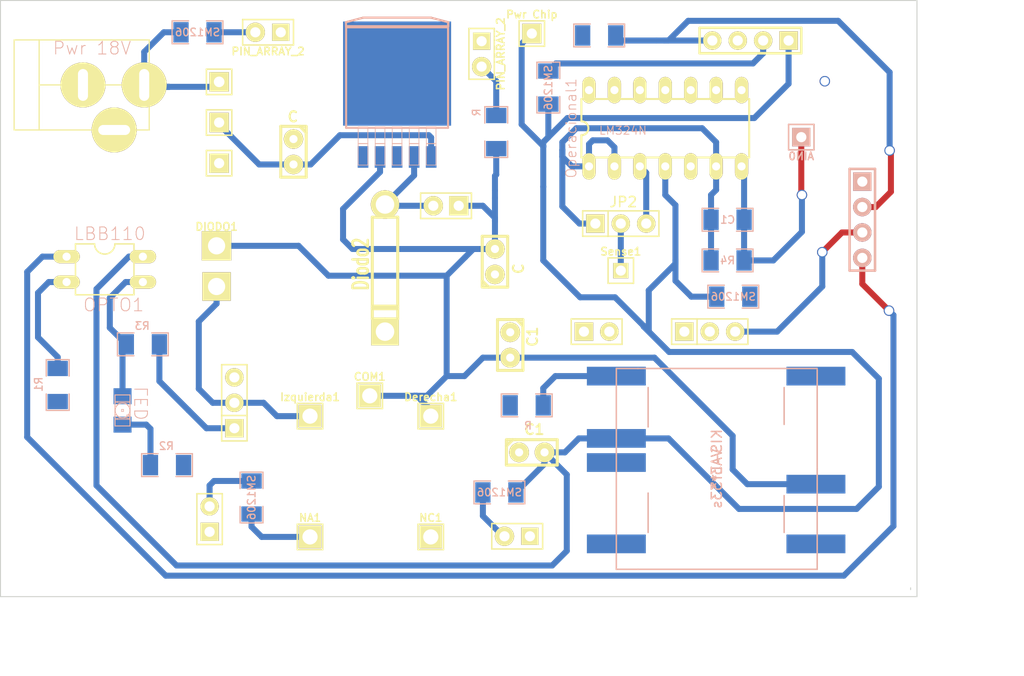
<source format=kicad_pcb>
(kicad_pcb (version 3) (host pcbnew "(2013-07-07 BZR 4022)-stable")

  (general
    (links 88)
    (no_connects 38)
    (area 53.035999 33.666625 158.749072 103.665002)
    (thickness 1.6)
    (drawings 25)
    (tracks 213)
    (zones 0)
    (modules 48)
    (nets 15)
  )

  (page A3)
  (layers
    (15 F.Cu signal)
    (0 B.Cu signal)
    (16 B.Adhes user)
    (17 F.Adhes user)
    (18 B.Paste user)
    (19 F.Paste user)
    (20 B.SilkS user)
    (21 F.SilkS user)
    (22 B.Mask user)
    (23 F.Mask user)
    (24 Dwgs.User user)
    (25 Cmts.User user)
    (26 Eco1.User user)
    (27 Eco2.User user)
    (28 Edge.Cuts user)
  )

  (setup
    (last_trace_width 0.6)
    (trace_clearance 0.3)
    (zone_clearance 0.508)
    (zone_45_only no)
    (trace_min 0.254)
    (segment_width 0.2)
    (edge_width 0.1)
    (via_size 1.05)
    (via_drill 0.835)
    (via_min_size 0.889)
    (via_min_drill 0.508)
    (uvia_size 0.708)
    (uvia_drill 0.127)
    (uvias_allowed no)
    (uvia_min_size 0.508)
    (uvia_min_drill 0.127)
    (pcb_text_width 0.3)
    (pcb_text_size 1.5 1.5)
    (mod_edge_width 0.15)
    (mod_text_size 1 1)
    (mod_text_width 0.15)
    (pad_size 1.0668 2.159)
    (pad_drill 0)
    (pad_to_mask_clearance 0)
    (aux_axis_origin 0 0)
    (visible_elements 7FFFFFFF)
    (pcbplotparams
      (layerselection 268468225)
      (usegerberextensions true)
      (excludeedgelayer true)
      (linewidth 0.150000)
      (plotframeref false)
      (viasonmask false)
      (mode 1)
      (useauxorigin false)
      (hpglpennumber 1)
      (hpglpenspeed 20)
      (hpglpendiameter 15)
      (hpglpenoverlay 2)
      (psnegative false)
      (psa4output false)
      (plotreference true)
      (plotvalue true)
      (plotothertext true)
      (plotinvisibletext false)
      (padsonsilk false)
      (subtractmaskfromsilk false)
      (outputformat 1)
      (mirror false)
      (drillshape 0)
      (scaleselection 1)
      (outputdirectory "C:/Users/Juan/Desktop/Tesis/TESIS/Placa Operacional/Impresion/"))
  )

  (net 0 "")
  (net 1 GND)
  (net 2 N-000001)
  (net 3 N-0000010)
  (net 4 N-0000011)
  (net 5 N-0000012)
  (net 6 N-0000013)
  (net 7 N-0000015)
  (net 8 N-0000016)
  (net 9 N-0000017)
  (net 10 N-0000018)
  (net 11 N-0000019)
  (net 12 N-0000020)
  (net 13 N-000003)
  (net 14 N-000004)

  (net_class Default "This is the default net class."
    (clearance 0.3)
    (trace_width 0.6)
    (via_dia 1.05)
    (via_drill 0.835)
    (uvia_dia 0.708)
    (uvia_drill 0.127)
    (add_net "")
    (add_net GND)
    (add_net N-000001)
    (add_net N-0000010)
    (add_net N-0000011)
    (add_net N-0000012)
    (add_net N-0000013)
    (add_net N-0000015)
    (add_net N-0000016)
    (add_net N-0000017)
    (add_net N-0000018)
    (add_net N-0000019)
    (add_net N-0000020)
    (add_net N-000003)
    (add_net N-000004)
  )

  (module KIS-3r33s (layer B.Cu) (tedit 56E07B39) (tstamp 56FE5144)
    (at 124.6505 80.9625 90)
    (fp_text reference KIS-3r33s (at 0 0 90) (layer B.SilkS)
      (effects (font (size 1 1) (thickness 0.15)) (justify mirror))
    )
    (fp_text value VAL** (at 0 0 90) (layer B.SilkS)
      (effects (font (size 1 1) (thickness 0.15)) (justify mirror))
    )
    (fp_line (start 8.128 -6.858) (end 4.191 -6.858) (layer B.SilkS) (width 0.15))
    (fp_line (start -6.35 -6.858) (end -2.413 -6.858) (layer B.SilkS) (width 0.15))
    (fp_line (start -6.35 6.731) (end -2.667 6.731) (layer B.SilkS) (width 0.15))
    (fp_line (start 4.445 6.731) (end 8.128 6.731) (layer B.SilkS) (width 0.15))
    (fp_line (start -10.033 -7.874) (end -10.033 -10.033) (layer B.SilkS) (width 0.15))
    (fp_line (start -10.033 -10.033) (end 10.033 -10.033) (layer B.SilkS) (width 0.15))
    (fp_line (start 10.033 -10.033) (end 10.033 -7.874) (layer B.SilkS) (width 0.15))
    (fp_line (start 10.033 -7.874) (end 10.033 10.033) (layer B.SilkS) (width 0.15))
    (fp_line (start 0 10.033) (end -10.033 10.033) (layer B.SilkS) (width 0.15))
    (fp_line (start -10.033 10.033) (end -10.033 -7.874) (layer B.SilkS) (width 0.15))
    (fp_line (start 9.906 10.033) (end 0 10.033) (layer B.SilkS) (width 0.15))
    (pad 2 smd rect (at -7.493 -10.033 90) (size 1.87 5.89)
      (layers B.Cu B.Paste B.Mask)
      (net 1 GND)
    )
    (pad 3 smd rect (at 0.635 -10.033 90) (size 1.87 5.89)
      (layers B.Cu B.Paste B.Mask)
    )
    (pad 4 smd rect (at 3.048 -10.033 90) (size 1.87 5.89)
      (layers B.Cu B.Paste B.Mask)
      (net 12 N-0000020)
    )
    (pad 5 smd rect (at 9.271 -10.033 90) (size 1.87 5.89)
      (layers B.Cu B.Paste B.Mask)
      (net 3 N-0000010)
    )
    (pad 6 smd rect (at 9.271 9.906 90) (size 1.87 5.89)
      (layers B.Cu B.Paste B.Mask)
    )
    (pad 8 smd rect (at -7.493 9.906 90) (size 1.87 5.89)
      (layers B.Cu B.Paste B.Mask)
      (net 1 GND)
    )
    (pad 9 smd rect (at -1.524 9.906 90) (size 1.87 5.89)
      (layers B.Cu B.Paste B.Mask)
      (net 6 N-0000013)
    )
  )

  (module SM1206 (layer B.Cu) (tedit 42806E24) (tstamp 563CCE07)
    (at 125.73 56.0705)
    (path /563CC631)
    (attr smd)
    (fp_text reference C1 (at 0 0) (layer B.SilkS)
      (effects (font (size 0.762 0.762) (thickness 0.127)) (justify mirror))
    )
    (fp_text value 0.1uF (at 0 0) (layer B.SilkS) hide
      (effects (font (size 0.762 0.762) (thickness 0.127)) (justify mirror))
    )
    (fp_line (start -2.54 1.143) (end -2.54 -1.143) (layer B.SilkS) (width 0.127))
    (fp_line (start -2.54 -1.143) (end -0.889 -1.143) (layer B.SilkS) (width 0.127))
    (fp_line (start 0.889 1.143) (end 2.54 1.143) (layer B.SilkS) (width 0.127))
    (fp_line (start 2.54 1.143) (end 2.54 -1.143) (layer B.SilkS) (width 0.127))
    (fp_line (start 2.54 -1.143) (end 0.889 -1.143) (layer B.SilkS) (width 0.127))
    (fp_line (start -0.889 1.143) (end -2.54 1.143) (layer B.SilkS) (width 0.127))
    (pad 1 smd rect (at -1.651 0) (size 1.524 2.032)
      (layers B.Cu B.Paste B.Mask)
      (net 14 N-000004)
    )
    (pad 2 smd rect (at 1.651 0) (size 1.524 2.032)
      (layers B.Cu B.Paste B.Mask)
      (net 2 N-000001)
    )
    (model smd/chip_cms.wrl
      (at (xyz 0 0 0))
      (scale (xyz 0.17 0.16 0.16))
      (rotate (xyz 0 0 0))
    )
  )

  (module SM1206 (layer B.Cu) (tedit 42806E24) (tstamp 563CCE13)
    (at 125.73 60.1345)
    (path /563CC613)
    (attr smd)
    (fp_text reference R4 (at 0 0) (layer B.SilkS)
      (effects (font (size 0.762 0.762) (thickness 0.127)) (justify mirror))
    )
    (fp_text value 10k (at 0 0) (layer B.SilkS) hide
      (effects (font (size 0.762 0.762) (thickness 0.127)) (justify mirror))
    )
    (fp_line (start -2.54 1.143) (end -2.54 -1.143) (layer B.SilkS) (width 0.127))
    (fp_line (start -2.54 -1.143) (end -0.889 -1.143) (layer B.SilkS) (width 0.127))
    (fp_line (start 0.889 1.143) (end 2.54 1.143) (layer B.SilkS) (width 0.127))
    (fp_line (start 2.54 1.143) (end 2.54 -1.143) (layer B.SilkS) (width 0.127))
    (fp_line (start 2.54 -1.143) (end 0.889 -1.143) (layer B.SilkS) (width 0.127))
    (fp_line (start -0.889 1.143) (end -2.54 1.143) (layer B.SilkS) (width 0.127))
    (pad 1 smd rect (at -1.651 0) (size 1.524 2.032)
      (layers B.Cu B.Paste B.Mask)
      (net 14 N-000004)
    )
    (pad 2 smd rect (at 1.651 0) (size 1.524 2.032)
      (layers B.Cu B.Paste B.Mask)
      (net 2 N-000001)
    )
    (model smd/chip_cms.wrl
      (at (xyz 0 0 0))
      (scale (xyz 0.17 0.16 0.16))
      (rotate (xyz 0 0 0))
    )
  )

  (module SM1206 (layer B.Cu) (tedit 56DDF32A) (tstamp 563CCE1F)
    (at 58.801 72.5805 270)
    (path /563CC21F)
    (attr smd)
    (fp_text reference R1 (at -0.0635 1.905 270) (layer B.SilkS)
      (effects (font (size 0.762 0.762) (thickness 0.127)) (justify mirror))
    )
    (fp_text value 50 (at -0.0635 -1.905 270) (layer B.SilkS) hide
      (effects (font (size 0.762 0.762) (thickness 0.127)) (justify mirror))
    )
    (fp_line (start -2.54 1.143) (end -2.54 -1.143) (layer B.SilkS) (width 0.127))
    (fp_line (start -2.54 -1.143) (end -0.889 -1.143) (layer B.SilkS) (width 0.127))
    (fp_line (start 0.889 1.143) (end 2.54 1.143) (layer B.SilkS) (width 0.127))
    (fp_line (start 2.54 1.143) (end 2.54 -1.143) (layer B.SilkS) (width 0.127))
    (fp_line (start 2.54 -1.143) (end 0.889 -1.143) (layer B.SilkS) (width 0.127))
    (fp_line (start -0.889 1.143) (end -2.54 1.143) (layer B.SilkS) (width 0.127))
    (pad 1 smd rect (at -1.651 0 270) (size 1.524 2.032)
      (layers B.Cu B.Paste B.Mask)
      (net 9 N-0000017)
    )
    (pad 2 smd rect (at 1.651 0 270) (size 1.524 2.032)
      (layers B.Cu B.Paste B.Mask)
      (net 1 GND)
    )
    (model smd/chip_cms.wrl
      (at (xyz 0 0 0))
      (scale (xyz 0.17 0.16 0.16))
      (rotate (xyz 0 0 0))
    )
  )

  (module SM1206 (layer B.Cu) (tedit 56DDF330) (tstamp 563CCE2B)
    (at 69.723 80.5815)
    (path /563CC1E0)
    (attr smd)
    (fp_text reference R2 (at -0.0635 -1.905) (layer B.SilkS)
      (effects (font (size 0.762 0.762) (thickness 0.127)) (justify mirror))
    )
    (fp_text value 1k (at 0.127 1.9685) (layer B.SilkS) hide
      (effects (font (size 0.762 0.762) (thickness 0.127)) (justify mirror))
    )
    (fp_line (start -2.54 1.143) (end -2.54 -1.143) (layer B.SilkS) (width 0.127))
    (fp_line (start -2.54 -1.143) (end -0.889 -1.143) (layer B.SilkS) (width 0.127))
    (fp_line (start 0.889 1.143) (end 2.54 1.143) (layer B.SilkS) (width 0.127))
    (fp_line (start 2.54 1.143) (end 2.54 -1.143) (layer B.SilkS) (width 0.127))
    (fp_line (start 2.54 -1.143) (end 0.889 -1.143) (layer B.SilkS) (width 0.127))
    (fp_line (start -0.889 1.143) (end -2.54 1.143) (layer B.SilkS) (width 0.127))
    (pad 1 smd rect (at -1.651 0) (size 1.524 2.032)
      (layers B.Cu B.Paste B.Mask)
      (net 8 N-0000016)
    )
    (pad 2 smd rect (at 1.651 0) (size 1.524 2.032)
      (layers B.Cu B.Paste B.Mask)
      (net 1 GND)
    )
    (model smd/chip_cms.wrl
      (at (xyz 0 0 0))
      (scale (xyz 0.17 0.16 0.16))
      (rotate (xyz 0 0 0))
    )
  )

  (module SM1206 (layer B.Cu) (tedit 56DDF326) (tstamp 563CCE37)
    (at 67.31 68.5165)
    (path /563CBC03)
    (attr smd)
    (fp_text reference R3 (at -0.0635 -1.8415) (layer B.SilkS)
      (effects (font (size 0.762 0.762) (thickness 0.127)) (justify mirror))
    )
    (fp_text value 10k (at -0.0635 1.9685) (layer B.SilkS) hide
      (effects (font (size 0.762 0.762) (thickness 0.127)) (justify mirror))
    )
    (fp_line (start -2.54 1.143) (end -2.54 -1.143) (layer B.SilkS) (width 0.127))
    (fp_line (start -2.54 -1.143) (end -0.889 -1.143) (layer B.SilkS) (width 0.127))
    (fp_line (start 0.889 1.143) (end 2.54 1.143) (layer B.SilkS) (width 0.127))
    (fp_line (start 2.54 1.143) (end 2.54 -1.143) (layer B.SilkS) (width 0.127))
    (fp_line (start 2.54 -1.143) (end 0.889 -1.143) (layer B.SilkS) (width 0.127))
    (fp_line (start -0.889 1.143) (end -2.54 1.143) (layer B.SilkS) (width 0.127))
    (pad 1 smd rect (at -1.651 0) (size 1.524 2.032)
      (layers B.Cu B.Paste B.Mask)
      (net 10 N-0000018)
    )
    (pad 2 smd rect (at 1.651 0) (size 1.524 2.032)
      (layers B.Cu B.Paste B.Mask)
      (net 5 N-0000012)
    )
    (model smd/chip_cms.wrl
      (at (xyz 0 0 0))
      (scale (xyz 0.17 0.16 0.16))
      (rotate (xyz 0 0 0))
    )
  )

  (module PIN_ARRAY_3X1 (layer F.Cu) (tedit 56DDF9DE) (tstamp 563CCE43)
    (at 115.062 56.4515)
    (descr "Connecteur 3 pins")
    (tags "CONN DEV")
    (path /563CC752)
    (fp_text reference JP2 (at 0.254 -2.159) (layer F.SilkS)
      (effects (font (size 1.016 1.016) (thickness 0.1524)))
    )
    (fp_text value "" (at 0 -2.159) (layer F.SilkS) hide
      (effects (font (size 1.016 1.016) (thickness 0.1524)))
    )
    (fp_line (start -3.81 1.27) (end -3.81 -1.27) (layer F.SilkS) (width 0.1524))
    (fp_line (start -3.81 -1.27) (end 3.81 -1.27) (layer F.SilkS) (width 0.1524))
    (fp_line (start 3.81 -1.27) (end 3.81 1.27) (layer F.SilkS) (width 0.1524))
    (fp_line (start 3.81 1.27) (end -3.81 1.27) (layer F.SilkS) (width 0.1524))
    (fp_line (start -1.27 -1.27) (end -1.27 1.27) (layer F.SilkS) (width 0.1524))
    (pad 1 thru_hole rect (at -2.54 0) (size 1.84 1.84) (drill 1.016)
      (layers *.Cu *.Mask F.SilkS)
      (net 14 N-000004)
    )
    (pad 2 thru_hole circle (at 0 0) (size 1.84 1.84) (drill 1.016)
      (layers *.Cu *.Mask F.SilkS)
      (net 3 N-0000010)
    )
    (pad 3 thru_hole circle (at 2.54 0) (size 1.84 1.84) (drill 1.016)
      (layers *.Cu *.Mask F.SilkS)
      (net 4 N-0000011)
    )
    (model pin_array/pins_array_3x1.wrl
      (at (xyz 0 0 0))
      (scale (xyz 1 1 1))
      (rotate (xyz 0 0 0))
    )
  )

  (module PIN_ARRAY_3X1 (layer F.Cu) (tedit 56DDF2E3) (tstamp 563CCE4F)
    (at 76.454 74.3585 90)
    (descr "Connecteur 3 pins")
    (tags "CONN DEV")
    (path /563CBB71)
    (fp_text reference "" (at 0.254 -2.159 90) (layer F.SilkS)
      (effects (font (size 1.016 1.016) (thickness 0.1524)))
    )
    (fp_text value NPN (at 4.3815 -0.1905 180) (layer F.SilkS) hide
      (effects (font (size 1.016 1.016) (thickness 0.1524)))
    )
    (fp_line (start -3.81 1.27) (end -3.81 -1.27) (layer F.SilkS) (width 0.1524))
    (fp_line (start -3.81 -1.27) (end 3.81 -1.27) (layer F.SilkS) (width 0.1524))
    (fp_line (start 3.81 -1.27) (end 3.81 1.27) (layer F.SilkS) (width 0.1524))
    (fp_line (start 3.81 1.27) (end -3.81 1.27) (layer F.SilkS) (width 0.1524))
    (fp_line (start -1.27 -1.27) (end -1.27 1.27) (layer F.SilkS) (width 0.1524))
    (pad 1 thru_hole rect (at -2.54 0 90) (size 1.84 1.84) (drill 1.016)
      (layers *.Cu *.Mask F.SilkS)
      (net 5 N-0000012)
    )
    (pad 2 thru_hole circle (at 0 0 90) (size 1.84 1.84) (drill 1.016)
      (layers *.Cu *.Mask F.SilkS)
      (net 7 N-0000015)
    )
    (pad 3 thru_hole circle (at 2.54 0 90) (size 1.84 1.84) (drill 1.016)
      (layers *.Cu *.Mask F.SilkS)
      (net 1 GND)
    )
    (model pin_array/pins_array_3x1.wrl
      (at (xyz 0 0 0))
      (scale (xyz 1 1 1))
      (rotate (xyz 0 0 0))
    )
  )

  (module PIN_ARRAY_1 (layer F.Cu) (tedit 56DDF9D8) (tstamp 563CCE62)
    (at 115.062 61.1505)
    (descr "1 pin")
    (tags "CONN DEV")
    (path /563CC822)
    (fp_text reference Sense1 (at 0 -1.905) (layer F.SilkS)
      (effects (font (size 0.762 0.762) (thickness 0.1524)))
    )
    (fp_text value "" (at 0 -1.905) (layer F.SilkS) hide
      (effects (font (size 0.762 0.762) (thickness 0.1524)))
    )
    (fp_line (start 1.27 1.27) (end -1.27 1.27) (layer F.SilkS) (width 0.1524))
    (fp_line (start -1.27 -1.27) (end 1.27 -1.27) (layer F.SilkS) (width 0.1524))
    (fp_line (start -1.27 1.27) (end -1.27 -1.27) (layer F.SilkS) (width 0.1524))
    (fp_line (start 1.27 -1.27) (end 1.27 1.27) (layer F.SilkS) (width 0.1524))
    (pad 1 thru_hole rect (at 0 0) (size 1.524 1.524) (drill 1.016)
      (layers *.Cu *.Mask F.SilkS)
      (net 3 N-0000010)
    )
    (model pin_array\pin_1.wrl
      (at (xyz 0 0 0))
      (scale (xyz 1 1 1))
      (rotate (xyz 0 0 0))
    )
  )

  (module PIN_ARRAY_1 (layer B.Cu) (tedit 56DDF432) (tstamp 563CCE6B)
    (at 133.096 47.8155)
    (descr "1 pin")
    (tags "CONN DEV")
    (path /563CC725)
    (fp_text reference AIN0 (at 0 1.905) (layer B.SilkS)
      (effects (font (size 0.762 0.762) (thickness 0.1524)) (justify mirror))
    )
    (fp_text value "" (at 0 1.905) (layer B.SilkS) hide
      (effects (font (size 0.762 0.762) (thickness 0.1524)) (justify mirror))
    )
    (fp_line (start 1.27 -1.27) (end -1.27 -1.27) (layer B.SilkS) (width 0.1524))
    (fp_line (start -1.27 1.27) (end 1.27 1.27) (layer B.SilkS) (width 0.1524))
    (fp_line (start -1.27 -1.27) (end -1.27 1.27) (layer B.SilkS) (width 0.1524))
    (fp_line (start 1.27 1.27) (end 1.27 -1.27) (layer B.SilkS) (width 0.1524))
    (pad 1 thru_hole rect (at 0 0) (size 1.84 1.84) (drill 1.016)
      (layers *.Cu *.Mask B.SilkS)
      (net 2 N-000001)
    )
    (model pin_array\pin_1.wrl
      (at (xyz 0 0 0))
      (scale (xyz 1 1 1))
      (rotate (xyz 0 0 0))
    )
  )

  (module PIN_ARRAY_1 (layer F.Cu) (tedit 56DDF2EB) (tstamp 563CCE86)
    (at 84.0105 75.692)
    (descr "1 pin")
    (tags "CONN DEV")
    (path /563CB9EB)
    (fp_text reference Izquierda1 (at 0 -1.905) (layer F.SilkS)
      (effects (font (size 0.762 0.762) (thickness 0.1524)))
    )
    (fp_text value "" (at 0 -1.905) (layer F.SilkS) hide
      (effects (font (size 0.762 0.762) (thickness 0.1524)))
    )
    (fp_line (start 1.27 1.27) (end -1.27 1.27) (layer F.SilkS) (width 0.1524))
    (fp_line (start -1.27 -1.27) (end 1.27 -1.27) (layer F.SilkS) (width 0.1524))
    (fp_line (start -1.27 1.27) (end -1.27 -1.27) (layer F.SilkS) (width 0.1524))
    (fp_line (start 1.27 -1.27) (end 1.27 1.27) (layer F.SilkS) (width 0.1524))
    (pad 1 thru_hole rect (at 0 0) (size 2.24 2.24) (drill 1.516)
      (layers *.Cu *.Mask F.SilkS)
      (net 7 N-0000015)
    )
    (model pin_array\pin_1.wrl
      (at (xyz 0 0 0))
      (scale (xyz 1 1 1))
      (rotate (xyz 0 0 0))
    )
  )

  (module PIN_ARRAY_1 (layer F.Cu) (tedit 56DF07F2) (tstamp 563CCE8F)
    (at 84.0105 87.757)
    (descr "1 pin")
    (tags "CONN DEV")
    (path /563CB9DC)
    (fp_text reference NA1 (at 0 -1.905) (layer F.SilkS)
      (effects (font (size 0.762 0.762) (thickness 0.1524)))
    )
    (fp_text value "" (at 0 -1.905) (layer F.SilkS) hide
      (effects (font (size 0.762 0.762) (thickness 0.1524)))
    )
    (fp_line (start 1.27 1.27) (end -1.27 1.27) (layer F.SilkS) (width 0.1524))
    (fp_line (start -1.27 -1.27) (end 1.27 -1.27) (layer F.SilkS) (width 0.1524))
    (fp_line (start -1.27 1.27) (end -1.27 -1.27) (layer F.SilkS) (width 0.1524))
    (fp_line (start 1.27 -1.27) (end 1.27 1.27) (layer F.SilkS) (width 0.1524))
    (pad 1 thru_hole rect (at 0 0) (size 2.24 2.24) (drill 1.516)
      (layers *.Cu *.Mask F.SilkS)
      (net 13 N-000003)
    )
    (model pin_array\pin_1.wrl
      (at (xyz 0 0 0))
      (scale (xyz 1 1 1))
      (rotate (xyz 0 0 0))
    )
  )

  (module PIN_ARRAY_1 (layer F.Cu) (tedit 56DDF2F9) (tstamp 563CCE98)
    (at 96.0755 75.692)
    (descr "1 pin")
    (tags "CONN DEV")
    (path /563CB9CD)
    (fp_text reference Derecha1 (at 0 -1.905) (layer F.SilkS)
      (effects (font (size 0.762 0.762) (thickness 0.1524)))
    )
    (fp_text value "" (at 0 -1.905) (layer F.SilkS) hide
      (effects (font (size 0.762 0.762) (thickness 0.1524)))
    )
    (fp_line (start 1.27 1.27) (end -1.27 1.27) (layer F.SilkS) (width 0.1524))
    (fp_line (start -1.27 -1.27) (end 1.27 -1.27) (layer F.SilkS) (width 0.1524))
    (fp_line (start -1.27 1.27) (end -1.27 -1.27) (layer F.SilkS) (width 0.1524))
    (fp_line (start 1.27 -1.27) (end 1.27 1.27) (layer F.SilkS) (width 0.1524))
    (pad 1 thru_hole rect (at 0 0) (size 2.24 2.24) (drill 1.516)
      (layers *.Cu *.Mask F.SilkS)
      (net 6 N-0000013)
    )
    (model pin_array\pin_1.wrl
      (at (xyz 0 0 0))
      (scale (xyz 1 1 1))
      (rotate (xyz 0 0 0))
    )
  )

  (module PIN_ARRAY_1 (layer F.Cu) (tedit 56DDF2F1) (tstamp 563CCEA1)
    (at 89.9795 73.66)
    (descr "1 pin")
    (tags "CONN DEV")
    (path /563CB9BE)
    (fp_text reference COM1 (at 0 -1.905) (layer F.SilkS)
      (effects (font (size 0.762 0.762) (thickness 0.1524)))
    )
    (fp_text value "" (at 0 -1.905) (layer F.SilkS) hide
      (effects (font (size 0.762 0.762) (thickness 0.1524)))
    )
    (fp_line (start 1.27 1.27) (end -1.27 1.27) (layer F.SilkS) (width 0.1524))
    (fp_line (start -1.27 -1.27) (end 1.27 -1.27) (layer F.SilkS) (width 0.1524))
    (fp_line (start -1.27 1.27) (end -1.27 -1.27) (layer F.SilkS) (width 0.1524))
    (fp_line (start 1.27 -1.27) (end 1.27 1.27) (layer F.SilkS) (width 0.1524))
    (pad 1 thru_hole rect (at 0 0) (size 2.24 2.24) (drill 1.516)
      (layers *.Cu *.Mask F.SilkS)
      (net 6 N-0000013)
    )
    (model pin_array\pin_1.wrl
      (at (xyz 0 0 0))
      (scale (xyz 1 1 1))
      (rotate (xyz 0 0 0))
    )
  )

  (module PIN_ARRAY_1 (layer F.Cu) (tedit 56DDF7EF) (tstamp 563CCEAA)
    (at 96.0755 87.757)
    (descr "1 pin")
    (tags "CONN DEV")
    (path /563CB99A)
    (fp_text reference NC1 (at 0 -1.905) (layer F.SilkS)
      (effects (font (size 0.762 0.762) (thickness 0.1524)))
    )
    (fp_text value "" (at 0 -1.905) (layer F.SilkS) hide
      (effects (font (size 0.762 0.762) (thickness 0.1524)))
    )
    (fp_line (start 1.27 1.27) (end -1.27 1.27) (layer F.SilkS) (width 0.1524))
    (fp_line (start -1.27 -1.27) (end 1.27 -1.27) (layer F.SilkS) (width 0.1524))
    (fp_line (start -1.27 1.27) (end -1.27 -1.27) (layer F.SilkS) (width 0.1524))
    (fp_line (start 1.27 -1.27) (end 1.27 1.27) (layer F.SilkS) (width 0.1524))
    (pad 1 thru_hole rect (at 0 0) (size 2.24 2.24) (drill 1.516)
      (layers *.Cu *.Mask F.SilkS)
    )
    (model pin_array\pin_1.wrl
      (at (xyz 0 0 0))
      (scale (xyz 1 1 1))
      (rotate (xyz 0 0 0))
    )
  )

  (module optocoupler-2-DIL04 (layer F.Cu) (tedit 56DDE560) (tstamp 563CCEB8)
    (at 63.5 61.0235 270)
    (descr "DUAL IN LINE PACKAGE")
    (tags "DUAL IN LINE PACKAGE")
    (path /563CB78C)
    (attr virtual)
    (fp_text reference OPTO1 (at 3.556 -0.889 360) (layer B.SilkS)
      (effects (font (size 1.27 1.27) (thickness 0.0889)))
    )
    (fp_text value LBB110 (at -3.556 -0.508 360) (layer B.SilkS)
      (effects (font (size 1.27 1.27) (thickness 0.0889)))
    )
    (fp_line (start 2.54 -2.921) (end -2.54 -2.921) (layer F.SilkS) (width 0.1524))
    (fp_line (start -2.54 2.921) (end 2.54 2.921) (layer F.SilkS) (width 0.1524))
    (fp_line (start 2.54 -2.921) (end 2.54 2.921) (layer F.SilkS) (width 0.1524))
    (fp_line (start -2.54 -2.921) (end -2.54 -1.016) (layer F.SilkS) (width 0.1524))
    (fp_line (start -2.54 2.921) (end -2.54 1.016) (layer F.SilkS) (width 0.1524))
    (fp_arc (start -2.54 0) (end -2.54 -1.016) (angle 180) (layer F.SilkS) (width 0.1524))
    (pad 1 thru_hole oval (at -1.27 3.81 270) (size 1.3208 2.6416) (drill 0.8128)
      (layers *.Cu F.Paste F.SilkS F.Mask)
      (net 11 N-0000019)
    )
    (pad 2 thru_hole oval (at 1.27 3.81 270) (size 1.3208 2.6416) (drill 0.8128)
      (layers *.Cu F.Paste F.SilkS F.Mask)
      (net 9 N-0000017)
    )
    (pad 3 thru_hole oval (at 1.27 -3.81 270) (size 1.3208 2.6416) (drill 0.8128)
      (layers *.Cu F.Paste F.SilkS F.Mask)
      (net 10 N-0000018)
    )
    (pad 4 thru_hole oval (at -1.27 -3.81 270) (size 1.3208 2.6416) (drill 0.8128)
      (layers *.Cu F.Paste F.SilkS F.Mask)
      (net 12 N-0000020)
    )
  )

  (module op-amp-DIL14 (layer F.Cu) (tedit 563CE69B) (tstamp 563CCED0)
    (at 119.507 46.9265)
    (descr "DUAL IN LINE PACKAGE")
    (tags "DUAL IN LINE PACKAGE")
    (path /563CC467)
    (attr virtual)
    (fp_text reference Operacional1 (at -9.398 0 90) (layer B.SilkS)
      (effects (font (size 1.016 1.016) (thickness 0.0889)))
    )
    (fp_text value LM324N (at -4.2291 0.2286) (layer B.SilkS)
      (effects (font (size 0.8128 0.8128) (thickness 0.0889)))
    )
    (fp_line (start 8.382 -2.921) (end -8.382 -2.921) (layer F.SilkS) (width 0.2032))
    (fp_line (start -8.382 2.921) (end 8.382 2.921) (layer F.SilkS) (width 0.2032))
    (fp_line (start 8.382 -2.921) (end 8.382 2.921) (layer F.SilkS) (width 0.2032))
    (fp_line (start -8.382 -2.921) (end -8.382 -0.6985) (layer F.SilkS) (width 0.2032))
    (fp_line (start -8.382 2.921) (end -8.382 0.6985) (layer F.SilkS) (width 0.2032))
    (fp_arc (start -8.382 0) (end -8.382 -0.6985) (angle 180) (layer F.SilkS) (width 0.2032))
    (pad 1 thru_hole oval (at -7.62 3.81) (size 1.3208 2.6416) (drill 0.8128)
      (layers *.Cu F.Paste F.SilkS F.Mask)
      (net 14 N-000004)
    )
    (pad 2 thru_hole oval (at -5.08 3.81) (size 1.3208 2.6416) (drill 0.8128)
      (layers *.Cu F.Paste F.SilkS F.Mask)
      (net 14 N-000004)
    )
    (pad 3 thru_hole oval (at -2.54 3.81) (size 1.3208 2.6416) (drill 0.8128)
      (layers *.Cu F.Paste F.SilkS F.Mask)
      (net 4 N-0000011)
    )
    (pad 4 thru_hole oval (at 0 3.81) (size 1.3208 2.6416) (drill 0.8128)
      (layers *.Cu F.Paste F.SilkS F.Mask)
      (net 12 N-0000020)
    )
    (pad 5 thru_hole oval (at 2.54 3.81) (size 1.3208 2.6416) (drill 0.8128)
      (layers *.Cu F.Paste F.SilkS F.Mask)
      (net 1 GND)
    )
    (pad 6 thru_hole oval (at 5.08 3.81) (size 1.3208 2.6416) (drill 0.8128)
      (layers *.Cu F.Paste F.SilkS F.Mask)
      (net 14 N-000004)
    )
    (pad 7 thru_hole oval (at 7.62 3.81) (size 1.3208 2.6416) (drill 0.8128)
      (layers *.Cu F.Paste F.SilkS F.Mask)
      (net 2 N-000001)
    )
    (pad 8 thru_hole oval (at 7.62 -3.81) (size 1.3208 2.6416) (drill 0.8128)
      (layers *.Cu F.Paste F.SilkS F.Mask)
    )
    (pad 9 thru_hole oval (at 5.08 -3.81) (size 1.3208 2.6416) (drill 0.8128)
      (layers *.Cu F.Paste F.SilkS F.Mask)
    )
    (pad 10 thru_hole oval (at 2.54 -3.81) (size 1.3208 2.6416) (drill 0.8128)
      (layers *.Cu F.Paste F.SilkS F.Mask)
    )
    (pad 11 thru_hole oval (at 0 -3.81) (size 1.3208 2.6416) (drill 0.8128)
      (layers *.Cu F.Paste F.SilkS F.Mask)
      (net 1 GND)
    )
    (pad 12 thru_hole oval (at -2.54 -3.81) (size 1.3208 2.6416) (drill 0.8128)
      (layers *.Cu F.Paste F.SilkS F.Mask)
    )
    (pad 13 thru_hole oval (at -5.08 -3.81) (size 1.3208 2.6416) (drill 0.8128)
      (layers *.Cu F.Paste F.SilkS F.Mask)
    )
    (pad 14 thru_hole oval (at -7.62 -3.81) (size 1.3208 2.6416) (drill 0.8128)
      (layers *.Cu F.Paste F.SilkS F.Mask)
    )
  )

  (module led-1206 (layer B.Cu) (tedit 56DDF31B) (tstamp 563CCF12)
    (at 65.278 75.1205 270)
    (descr "CHICAGO MINIATURE LAMP, INC.")
    (tags "CHICAGO MINIATURE LAMP, INC.")
    (path /563CB720)
    (attr smd)
    (fp_text reference "" (at 1.905 1.905 270) (layer B.SilkS)
      (effects (font (size 1.27 1.27) (thickness 0.0889)) (justify mirror))
    )
    (fp_text value LED (at -0.6985 -1.905 270) (layer B.SilkS)
      (effects (font (size 1.27 1.27) (thickness 0.0889)) (justify mirror))
    )
    (fp_line (start -0.09906 -0.09906) (end 0.09906 -0.09906) (layer B.SilkS) (width 0.06604))
    (fp_line (start 0.09906 -0.09906) (end 0.09906 0.09906) (layer B.SilkS) (width 0.06604))
    (fp_line (start -0.09906 0.09906) (end 0.09906 0.09906) (layer B.SilkS) (width 0.06604))
    (fp_line (start -0.09906 -0.09906) (end -0.09906 0.09906) (layer B.SilkS) (width 0.06604))
    (fp_line (start 0.44958 -0.6985) (end 0.79756 -0.6985) (layer B.SilkS) (width 0.06604))
    (fp_line (start 0.79756 -0.6985) (end 0.79756 -0.44958) (layer B.SilkS) (width 0.06604))
    (fp_line (start 0.44958 -0.44958) (end 0.79756 -0.44958) (layer B.SilkS) (width 0.06604))
    (fp_line (start 0.44958 -0.6985) (end 0.44958 -0.44958) (layer B.SilkS) (width 0.06604))
    (fp_line (start 0.79756 -0.6985) (end 0.89916 -0.6985) (layer B.SilkS) (width 0.06604))
    (fp_line (start 0.89916 -0.6985) (end 0.89916 0.49784) (layer B.SilkS) (width 0.06604))
    (fp_line (start 0.79756 0.49784) (end 0.89916 0.49784) (layer B.SilkS) (width 0.06604))
    (fp_line (start 0.79756 -0.6985) (end 0.79756 0.49784) (layer B.SilkS) (width 0.06604))
    (fp_line (start 0.79756 0.54864) (end 0.89916 0.54864) (layer B.SilkS) (width 0.06604))
    (fp_line (start 0.89916 0.54864) (end 0.89916 0.6985) (layer B.SilkS) (width 0.06604))
    (fp_line (start 0.79756 0.6985) (end 0.89916 0.6985) (layer B.SilkS) (width 0.06604))
    (fp_line (start 0.79756 0.54864) (end 0.79756 0.6985) (layer B.SilkS) (width 0.06604))
    (fp_line (start -0.89916 -0.6985) (end -0.79756 -0.6985) (layer B.SilkS) (width 0.06604))
    (fp_line (start -0.79756 -0.6985) (end -0.79756 0.49784) (layer B.SilkS) (width 0.06604))
    (fp_line (start -0.89916 0.49784) (end -0.79756 0.49784) (layer B.SilkS) (width 0.06604))
    (fp_line (start -0.89916 -0.6985) (end -0.89916 0.49784) (layer B.SilkS) (width 0.06604))
    (fp_line (start -0.89916 0.54864) (end -0.79756 0.54864) (layer B.SilkS) (width 0.06604))
    (fp_line (start -0.79756 0.54864) (end -0.79756 0.6985) (layer B.SilkS) (width 0.06604))
    (fp_line (start -0.89916 0.6985) (end -0.79756 0.6985) (layer B.SilkS) (width 0.06604))
    (fp_line (start -0.89916 0.54864) (end -0.89916 0.6985) (layer B.SilkS) (width 0.06604))
    (fp_line (start 0.44958 -0.6985) (end 0.59944 -0.6985) (layer B.SilkS) (width 0.06604))
    (fp_line (start 0.59944 -0.6985) (end 0.59944 -0.44958) (layer B.SilkS) (width 0.06604))
    (fp_line (start 0.44958 -0.44958) (end 0.59944 -0.44958) (layer B.SilkS) (width 0.06604))
    (fp_line (start 0.44958 -0.6985) (end 0.44958 -0.44958) (layer B.SilkS) (width 0.06604))
    (fp_line (start 1.5494 -0.7493) (end -1.5494 -0.7493) (layer B.SilkS) (width 0.1016))
    (fp_line (start -1.5494 -0.7493) (end -1.5494 0.7493) (layer B.SilkS) (width 0.1016))
    (fp_line (start -1.5494 0.7493) (end 1.5494 0.7493) (layer B.SilkS) (width 0.1016))
    (fp_line (start 1.5494 0.7493) (end 1.5494 -0.7493) (layer B.SilkS) (width 0.1016))
    (fp_arc (start 0 0) (end 0.54864 -0.49784) (angle -95.4) (layer B.SilkS) (width 0.1016))
    (fp_arc (start 0 0) (end -0.54864 -0.49784) (angle -84.5) (layer B.SilkS) (width 0.1016))
    (fp_arc (start 0 0) (end -0.54864 0.49784) (angle -95.4) (layer B.SilkS) (width 0.1016))
    (fp_arc (start 0 0) (end 0.54864 0.49784) (angle -84.5) (layer B.SilkS) (width 0.1016))
    (pad A smd rect (at -1.41986 0 270) (size 1.59766 1.80086)
      (layers B.Cu B.Paste B.Mask)
      (net 10 N-0000018)
    )
    (pad C smd rect (at 1.41986 0 270) (size 1.59766 1.80086)
      (layers B.Cu B.Paste B.Mask)
      (net 8 N-0000016)
    )
  )

  (module POWER-IN-JACK-PMS (layer F.Cu) (tedit 56DDF243) (tstamp 565AE0CC)
    (at 64.135 42.1005 90)
    (attr virtual)
    (fp_text reference "" (at 2.8829 2.67462 90) (layer B.SilkS)
      (effects (font (size 1.27 1.27) (thickness 0.0889)))
    )
    (fp_text value "" (at -3.86334 -3.32486 90) (layer B.SilkS)
      (effects (font (size 1.27 1.27) (thickness 0.0889)))
    )
    (fp_line (start -4.99872 -7.1882) (end -0.49784 -7.1882) (layer F.SilkS) (width 0.127))
    (fp_line (start -0.49784 -7.1882) (end 3.99796 -7.1882) (layer F.SilkS) (width 0.127))
    (fp_line (start 3.99796 3.81) (end 3.99796 -7.1882) (layer F.SilkS) (width 0.127))
    (fp_line (start -4.99872 -7.1882) (end -4.99872 -9.68756) (layer F.SilkS) (width 0.127))
    (fp_line (start -4.99872 -9.68756) (end 3.99796 -9.68756) (layer F.SilkS) (width 0.127))
    (fp_line (start 3.99796 -9.68756) (end 3.99796 -7.1882) (layer F.SilkS) (width 0.127))
    (fp_line (start -4.99872 3.81) (end -0.49784 3.81) (layer F.SilkS) (width 0.127))
    (fp_line (start -0.49784 3.81) (end 3.99796 3.81) (layer F.SilkS) (width 0.127))
    (fp_line (start -0.49784 4.05892) (end -0.49784 3.81) (layer F.SilkS) (width 0.127))
    (fp_line (start -0.49784 3.81) (end -0.49784 -7.1882) (layer F.SilkS) (width 0.127))
    (fp_line (start -4.99872 -7.1882) (end -4.99872 3.81) (layer F.SilkS) (width 0.127))
    (fp_text user "" (at 1.88468 -5.82422 90) (layer B.SilkS)
      (effects (font (size 1.27 1.27) (thickness 0.0889)))
    )
    (fp_text user "Pwr 18V" (at 3.175 -1.905 180) (layer B.SilkS)
      (effects (font (size 1.27 1.27) (thickness 0.0889)))
    )
    (pad 1 thru_hole circle (at -0.49784 3.30962 90) (size 4.49834 4.49834) (drill oval 3.18186 1)
      (layers *.Cu F.Paste F.SilkS F.Mask)
      (net 6 N-0000013)
    )
    (pad 2 thru_hole circle (at -4.99872 0.30988 90) (size 4.49834 4.49834) (drill oval 1 3.186)
      (layers *.Cu F.Paste F.SilkS F.Mask)
      (net 1 GND)
    )
    (pad 3 thru_hole circle (at -0.49784 -2.80924 90) (size 4.49834 4.49834) (drill oval 3.18186 1)
      (layers *.Cu F.Paste F.SilkS F.Mask)
      (net 1 GND)
    )
  )

  (module PIN_ARRAY_1 (layer F.Cu) (tedit 56DDF26B) (tstamp 5678E3FC)
    (at 74.93 42.291)
    (descr "1 pin")
    (tags "CONN DEV")
    (fp_text reference "" (at 0 -1.905) (layer F.SilkS)
      (effects (font (size 0.762 0.762) (thickness 0.1524)))
    )
    (fp_text value "" (at 0 -1.905) (layer F.SilkS) hide
      (effects (font (size 0.762 0.762) (thickness 0.1524)))
    )
    (fp_line (start 1.27 1.27) (end -1.27 1.27) (layer F.SilkS) (width 0.1524))
    (fp_line (start -1.27 -1.27) (end 1.27 -1.27) (layer F.SilkS) (width 0.1524))
    (fp_line (start -1.27 1.27) (end -1.27 -1.27) (layer F.SilkS) (width 0.1524))
    (fp_line (start 1.27 -1.27) (end 1.27 1.27) (layer F.SilkS) (width 0.1524))
    (pad 1 thru_hole rect (at 0 0) (size 1.94 1.94) (drill 1.06)
      (layers *.Cu *.Mask F.SilkS)
      (net 6 N-0000013)
    )
    (model pin_array\pin_1.wrl
      (at (xyz 0 0 0))
      (scale (xyz 1 1 1))
      (rotate (xyz 0 0 0))
    )
  )

  (module PIN_ARRAY_1 (layer F.Cu) (tedit 56DDF273) (tstamp 5678E40D)
    (at 74.93 50.419 90)
    (descr "1 pin")
    (tags "CONN DEV")
    (fp_text reference "" (at 0 -1.905 90) (layer F.SilkS)
      (effects (font (size 0.762 0.762) (thickness 0.1524)))
    )
    (fp_text value "" (at 0 -1.905 90) (layer F.SilkS) hide
      (effects (font (size 0.762 0.762) (thickness 0.1524)))
    )
    (fp_line (start 1.27 1.27) (end -1.27 1.27) (layer F.SilkS) (width 0.1524))
    (fp_line (start -1.27 -1.27) (end 1.27 -1.27) (layer F.SilkS) (width 0.1524))
    (fp_line (start -1.27 1.27) (end -1.27 -1.27) (layer F.SilkS) (width 0.1524))
    (fp_line (start 1.27 -1.27) (end 1.27 1.27) (layer F.SilkS) (width 0.1524))
    (pad 1 thru_hole rect (at 0 0 90) (size 1.94 1.94) (drill 1.016)
      (layers *.Cu *.Mask F.SilkS)
    )
    (model pin_array\pin_1.wrl
      (at (xyz 0 0 0))
      (scale (xyz 1 1 1))
      (rotate (xyz 0 0 0))
    )
  )

  (module PIN_ARRAY_1 (layer F.Cu) (tedit 56DDF26F) (tstamp 5678E41E)
    (at 74.93 46.355 90)
    (descr "1 pin")
    (tags "CONN DEV")
    (fp_text reference "" (at 0 -1.905 180) (layer F.SilkS)
      (effects (font (size 0.762 0.762) (thickness 0.1524)))
    )
    (fp_text value "" (at 0 -1.905 90) (layer F.SilkS) hide
      (effects (font (size 0.762 0.762) (thickness 0.1524)))
    )
    (fp_line (start 1.27 1.27) (end -1.27 1.27) (layer F.SilkS) (width 0.1524))
    (fp_line (start -1.27 -1.27) (end 1.27 -1.27) (layer F.SilkS) (width 0.1524))
    (fp_line (start -1.27 1.27) (end -1.27 -1.27) (layer F.SilkS) (width 0.1524))
    (fp_line (start 1.27 -1.27) (end 1.27 1.27) (layer F.SilkS) (width 0.1524))
    (pad 1 thru_hole rect (at 0 0 90) (size 1.94 1.94) (drill 1.016)
      (layers *.Cu *.Mask F.SilkS)
      (net 6 N-0000013)
    )
    (model pin_array\pin_1.wrl
      (at (xyz 0 0 0))
      (scale (xyz 1 1 1))
      (rotate (xyz 0 0 0))
    )
  )

  (module PIN_ARRAY_1 (layer F.Cu) (tedit 56DF0AB4) (tstamp 56B4EEBA)
    (at 74.676 58.674)
    (descr "1 pin")
    (tags "CONN DEV")
    (fp_text reference DIODO1 (at 0 -1.905) (layer F.SilkS)
      (effects (font (size 0.762 0.762) (thickness 0.1524)))
    )
    (fp_text value "" (at 0 -1.905) (layer F.SilkS) hide
      (effects (font (size 0.762 0.762) (thickness 0.1524)))
    )
    (fp_line (start 1.27 1.27) (end -1.27 1.27) (layer F.SilkS) (width 0.1524))
    (fp_line (start -1.27 -1.27) (end 1.27 -1.27) (layer F.SilkS) (width 0.1524))
    (fp_line (start -1.27 1.27) (end -1.27 -1.27) (layer F.SilkS) (width 0.1524))
    (fp_line (start 1.27 -1.27) (end 1.27 1.27) (layer F.SilkS) (width 0.1524))
    (pad 1 thru_hole rect (at 0 0) (size 2.94 2.94) (drill 1.716)
      (layers *.Cu *.Mask F.SilkS)
      (net 6 N-0000013)
    )
    (model pin_array\pin_1.wrl
      (at (xyz 0 0 0))
      (scale (xyz 1 1 1))
      (rotate (xyz 0 0 0))
    )
  )

  (module PIN_ARRAY_1 (layer F.Cu) (tedit 56DF0AC9) (tstamp 56B4EECB)
    (at 74.676 62.738)
    (descr "1 pin")
    (tags "CONN DEV")
    (fp_text reference "" (at 0 -1.905) (layer F.SilkS)
      (effects (font (size 0.762 0.762) (thickness 0.1524)))
    )
    (fp_text value "" (at 0 -1.905) (layer F.SilkS) hide
      (effects (font (size 0.762 0.762) (thickness 0.1524)))
    )
    (fp_line (start 1.27 1.27) (end -1.27 1.27) (layer F.SilkS) (width 0.1524))
    (fp_line (start -1.27 -1.27) (end 1.27 -1.27) (layer F.SilkS) (width 0.1524))
    (fp_line (start -1.27 1.27) (end -1.27 -1.27) (layer F.SilkS) (width 0.1524))
    (fp_line (start 1.27 -1.27) (end 1.27 1.27) (layer F.SilkS) (width 0.1524))
    (pad 1 thru_hole rect (at 0 0) (size 2.84 2.84) (drill 1.716)
      (layers *.Cu *.Mask F.SilkS)
      (net 7 N-0000015)
    )
    (model pin_array\pin_1.wrl
      (at (xyz 0 0 0))
      (scale (xyz 1 1 1))
      (rotate (xyz 0 0 0))
    )
  )

  (module PIN_ARRAY_4x1 (layer B.Cu) (tedit 56E06AE6) (tstamp 56F0F54D)
    (at 139.192 56.0705 270)
    (descr "Double rangee de contacts 2 x 5 pins")
    (tags CONN)
    (fp_text reference "" (at 0 2.54 270) (layer B.SilkS)
      (effects (font (size 1.016 1.016) (thickness 0.2032)) (justify mirror))
    )
    (fp_text value "" (at 0 -2.54 270) (layer B.SilkS) hide
      (effects (font (size 1.016 1.016) (thickness 0.2032)) (justify mirror))
    )
    (fp_line (start 5.08 -1.27) (end -5.08 -1.27) (layer B.SilkS) (width 0.254))
    (fp_line (start 5.08 1.27) (end -5.08 1.27) (layer B.SilkS) (width 0.254))
    (fp_line (start -5.08 1.27) (end -5.08 -1.27) (layer B.SilkS) (width 0.254))
    (fp_line (start 5.08 -1.27) (end 5.08 1.27) (layer B.SilkS) (width 0.254))
    (pad 1 thru_hole rect (at -3.81 0 270) (size 1.84 1.84) (drill 1.016)
      (layers *.Cu *.Mask B.SilkS)
      (net 1 GND)
    )
    (pad 2 thru_hole circle (at -1.27 0 270) (size 1.84 1.84) (drill 1.016)
      (layers *.Cu *.Mask B.SilkS)
      (net 3 N-0000010)
    )
    (pad 3 thru_hole circle (at 1.27 0 270) (size 1.84 1.84) (drill 1.016)
      (layers *.Cu *.Mask B.SilkS)
      (net 3 N-0000010)
    )
    (pad 4 thru_hole circle (at 3.81 0 270) (size 1.84 1.84) (drill 1.016)
      (layers *.Cu *.Mask B.SilkS)
      (net 11 N-0000019)
    )
    (model pin_array\pins_array_4x1.wrl
      (at (xyz 0 0 0))
      (scale (xyz 1 1 1))
      (rotate (xyz 0 0 0))
    )
  )

  (module PIN_ARRAY_2X1 (layer F.Cu) (tedit 56DDF417) (tstamp 56F0F628)
    (at 112.649 67.2465)
    (descr "Connecteurs 2 pins")
    (tags "CONN DEV")
    (fp_text reference "" (at 0 -1.905) (layer F.SilkS)
      (effects (font (size 0.762 0.762) (thickness 0.1524)))
    )
    (fp_text value "" (at 0 -1.905) (layer F.SilkS) hide
      (effects (font (size 0.762 0.762) (thickness 0.1524)))
    )
    (fp_line (start -2.54 1.27) (end -2.54 -1.27) (layer F.SilkS) (width 0.1524))
    (fp_line (start -2.54 -1.27) (end 2.54 -1.27) (layer F.SilkS) (width 0.1524))
    (fp_line (start 2.54 -1.27) (end 2.54 1.27) (layer F.SilkS) (width 0.1524))
    (fp_line (start 2.54 1.27) (end -2.54 1.27) (layer F.SilkS) (width 0.1524))
    (pad 1 thru_hole rect (at -1.27 0) (size 1.84 1.84) (drill 1.016)
      (layers *.Cu *.Mask F.SilkS)
      (net 13 N-000003)
    )
    (pad 2 thru_hole circle (at 1.27 0) (size 1.84 1.84) (drill 1.016)
      (layers *.Cu *.Mask F.SilkS)
      (net 1 GND)
    )
    (model pin_array/pins_array_2x1.wrl
      (at (xyz 0 0 0))
      (scale (xyz 1 1 1))
      (rotate (xyz 0 0 0))
    )
  )

  (module PIN_ARRAY_3X1 (layer F.Cu) (tedit 56DDF40F) (tstamp 56F0F724)
    (at 123.952 67.2465)
    (descr "Connecteur 3 pins")
    (tags "CONN DEV")
    (fp_text reference "" (at 0.254 -2.159) (layer F.SilkS)
      (effects (font (size 1.016 1.016) (thickness 0.1524)))
    )
    (fp_text value "" (at 0 -2.159) (layer F.SilkS) hide
      (effects (font (size 1.016 1.016) (thickness 0.1524)))
    )
    (fp_line (start -3.81 1.27) (end -3.81 -1.27) (layer F.SilkS) (width 0.1524))
    (fp_line (start -3.81 -1.27) (end 3.81 -1.27) (layer F.SilkS) (width 0.1524))
    (fp_line (start 3.81 -1.27) (end 3.81 1.27) (layer F.SilkS) (width 0.1524))
    (fp_line (start 3.81 1.27) (end -3.81 1.27) (layer F.SilkS) (width 0.1524))
    (fp_line (start -1.27 -1.27) (end -1.27 1.27) (layer F.SilkS) (width 0.1524))
    (pad 1 thru_hole rect (at -2.54 0) (size 1.84 1.84) (drill 1.016)
      (layers *.Cu *.Mask F.SilkS)
      (net 1 GND)
    )
    (pad 2 thru_hole circle (at 0 0) (size 1.84 1.84) (drill 1.016)
      (layers *.Cu *.Mask F.SilkS)
    )
    (pad 3 thru_hole circle (at 2.54 0) (size 1.84 1.84) (drill 1.016)
      (layers *.Cu *.Mask F.SilkS)
      (net 3 N-0000010)
    )
    (model pin_array/pins_array_3x1.wrl
      (at (xyz 0 0 0))
      (scale (xyz 1 1 1))
      (rotate (xyz 0 0 0))
    )
  )

  (module PIN_ARRAY_4x1 (layer F.Cu) (tedit 56DDF3C9) (tstamp 56F0F776)
    (at 128.016 38.1635 180)
    (descr "Double rangee de contacts 2 x 5 pins")
    (tags CONN)
    (fp_text reference "" (at 0 -2.54 180) (layer F.SilkS)
      (effects (font (size 1.016 1.016) (thickness 0.2032)))
    )
    (fp_text value "" (at 0 2.54 180) (layer F.SilkS) hide
      (effects (font (size 1.016 1.016) (thickness 0.2032)))
    )
    (fp_line (start 5.08 1.27) (end -5.08 1.27) (layer F.SilkS) (width 0.254))
    (fp_line (start 5.08 -1.27) (end -5.08 -1.27) (layer F.SilkS) (width 0.254))
    (fp_line (start -5.08 -1.27) (end -5.08 1.27) (layer F.SilkS) (width 0.254))
    (fp_line (start 5.08 1.27) (end 5.08 -1.27) (layer F.SilkS) (width 0.254))
    (pad 1 thru_hole rect (at -3.81 0 180) (size 1.84 1.84) (drill 1.016)
      (layers *.Cu *.Mask F.SilkS)
      (net 12 N-0000020)
    )
    (pad 2 thru_hole circle (at -1.27 0 180) (size 1.84 1.84) (drill 1.016)
      (layers *.Cu *.Mask F.SilkS)
      (net 12 N-0000020)
    )
    (pad 3 thru_hole circle (at 1.27 0 180) (size 1.84 1.84) (drill 1.016)
      (layers *.Cu *.Mask F.SilkS)
      (net 1 GND)
    )
    (pad 4 thru_hole circle (at 3.81 0 180) (size 1.84 1.84) (drill 1.016)
      (layers *.Cu *.Mask F.SilkS)
      (net 3 N-0000010)
    )
    (model pin_array\pins_array_4x1.wrl
      (at (xyz 0 0 0))
      (scale (xyz 1 1 1))
      (rotate (xyz 0 0 0))
    )
  )

  (module SM1206 (layer B.Cu) (tedit 56DDF3D2) (tstamp 570EFA29)
    (at 112.903 37.6555 180)
    (attr smd)
    (fp_text reference "" (at 0 0 180) (layer B.SilkS)
      (effects (font (size 0.762 0.762) (thickness 0.127)) (justify mirror))
    )
    (fp_text value "" (at 0 0 180) (layer B.SilkS) hide
      (effects (font (size 0.762 0.762) (thickness 0.127)) (justify mirror))
    )
    (fp_line (start -2.54 1.143) (end -2.54 -1.143) (layer B.SilkS) (width 0.127))
    (fp_line (start -2.54 -1.143) (end -0.889 -1.143) (layer B.SilkS) (width 0.127))
    (fp_line (start 0.889 1.143) (end 2.54 1.143) (layer B.SilkS) (width 0.127))
    (fp_line (start 2.54 1.143) (end 2.54 -1.143) (layer B.SilkS) (width 0.127))
    (fp_line (start 2.54 -1.143) (end 0.889 -1.143) (layer B.SilkS) (width 0.127))
    (fp_line (start -0.889 1.143) (end -2.54 1.143) (layer B.SilkS) (width 0.127))
    (pad 1 smd rect (at -1.651 0 180) (size 1.524 2.032)
      (layers B.Cu B.Paste B.Mask)
      (net 3 N-0000010)
    )
    (pad 2 smd rect (at 1.651 0 180) (size 1.524 2.032)
      (layers B.Cu B.Paste B.Mask)
      (net 1 GND)
    )
    (model smd/chip_cms.wrl
      (at (xyz 0 0 0))
      (scale (xyz 0.17 0.16 0.16))
      (rotate (xyz 0 0 0))
    )
  )

  (module SM1206 (layer B.Cu) (tedit 563CF311) (tstamp 570EFABF)
    (at 107.823 42.8625 90)
    (attr smd)
    (fp_text reference SM1206 (at 0 0 90) (layer B.SilkS)
      (effects (font (size 0.762 0.762) (thickness 0.127)) (justify mirror))
    )
    (fp_text value Val** (at 0 0 90) (layer B.SilkS) hide
      (effects (font (size 0.762 0.762) (thickness 0.127)) (justify mirror))
    )
    (fp_line (start -2.54 1.143) (end -2.54 -1.143) (layer B.SilkS) (width 0.127))
    (fp_line (start -2.54 -1.143) (end -0.889 -1.143) (layer B.SilkS) (width 0.127))
    (fp_line (start 0.889 1.143) (end 2.54 1.143) (layer B.SilkS) (width 0.127))
    (fp_line (start 2.54 1.143) (end 2.54 -1.143) (layer B.SilkS) (width 0.127))
    (fp_line (start 2.54 -1.143) (end 0.889 -1.143) (layer B.SilkS) (width 0.127))
    (fp_line (start -0.889 1.143) (end -2.54 1.143) (layer B.SilkS) (width 0.127))
    (pad 1 smd rect (at -1.651 0 90) (size 1.524 2.032)
      (layers B.Cu B.Paste B.Mask)
      (net 12 N-0000020)
    )
    (pad 2 smd rect (at 1.651 0 90) (size 1.524 2.032)
      (layers B.Cu B.Paste B.Mask)
      (net 12 N-0000020)
    )
    (model smd/chip_cms.wrl
      (at (xyz 0 0 0))
      (scale (xyz 0.17 0.16 0.16))
      (rotate (xyz 0 0 0))
    )
  )

  (module C1 (layer F.Cu) (tedit 56DDF621) (tstamp 56DFAB41)
    (at 82.3595 49.276 270)
    (descr "Condensateur e = 1 pas")
    (tags C)
    (fp_text reference C (at -3.4925 0.0635 360) (layer F.SilkS)
      (effects (font (size 1.016 1.016) (thickness 0.2032)))
    )
    (fp_text value 100uF (at 0 -2.286 270) (layer F.SilkS) hide
      (effects (font (size 1.016 1.016) (thickness 0.2032)))
    )
    (fp_line (start -2.4892 -1.27) (end 2.54 -1.27) (layer F.SilkS) (width 0.3048))
    (fp_line (start 2.54 -1.27) (end 2.54 1.27) (layer F.SilkS) (width 0.3048))
    (fp_line (start 2.54 1.27) (end -2.54 1.27) (layer F.SilkS) (width 0.3048))
    (fp_line (start -2.54 1.27) (end -2.54 -1.27) (layer F.SilkS) (width 0.3048))
    (fp_line (start -2.54 -0.635) (end -1.905 -1.27) (layer F.SilkS) (width 0.3048))
    (pad 1 thru_hole circle (at -1.27 0 270) (size 1.94 1.94) (drill 0.8128)
      (layers *.Cu *.Mask F.SilkS)
      (net 1 GND)
    )
    (pad 2 thru_hole circle (at 1.27 0 270) (size 1.94 1.94) (drill 0.8128)
      (layers *.Cu *.Mask F.SilkS)
      (net 6 N-0000013)
    )
    (model discret/capa_1_pas.wrl
      (at (xyz 0 0 0))
      (scale (xyz 1 1 1))
      (rotate (xyz 0 0 0))
    )
  )

  (module D5 (layer F.Cu) (tedit 56DF0B09) (tstamp 56E10AE9)
    (at 91.5035 60.8965 270)
    (descr "Diode 5 pas")
    (tags "DIODE DEV")
    (fp_text reference Diodo2 (at -0.381 2.413 270) (layer F.SilkS)
      (effects (font (size 1.524 1.016) (thickness 0.254)))
    )
    (fp_text value "" (at -0.254 0 270) (layer F.SilkS) hide
      (effects (font (size 1.524 1.016) (thickness 0.254)))
    )
    (fp_line (start 6.35 0) (end 5.08 0) (layer F.SilkS) (width 0.3048))
    (fp_line (start 5.08 0) (end 5.08 -1.27) (layer F.SilkS) (width 0.3048))
    (fp_line (start 5.08 -1.27) (end -5.08 -1.27) (layer F.SilkS) (width 0.3048))
    (fp_line (start -5.08 -1.27) (end -5.08 0) (layer F.SilkS) (width 0.3048))
    (fp_line (start -5.08 0) (end -6.35 0) (layer F.SilkS) (width 0.3048))
    (fp_line (start -5.08 0) (end -5.08 1.27) (layer F.SilkS) (width 0.3048))
    (fp_line (start -5.08 1.27) (end 5.08 1.27) (layer F.SilkS) (width 0.3048))
    (fp_line (start 5.08 1.27) (end 5.08 0) (layer F.SilkS) (width 0.3048))
    (fp_line (start 3.81 -1.27) (end 3.81 1.27) (layer F.SilkS) (width 0.3048))
    (fp_line (start 4.064 -1.27) (end 4.064 1.27) (layer F.SilkS) (width 0.3048))
    (pad 1 thru_hole circle (at -6.35 0 270) (size 2.84 2.84) (drill 1.843)
      (layers *.Cu *.Mask F.SilkS)
      (net 6 N-0000013)
    )
    (pad 2 thru_hole rect (at 6.35 0 270) (size 2.748 2.78) (drill 1.843)
      (layers *.Cu *.Mask F.SilkS)
      (net 1 GND)
    )
    (model discret/diode.wrl
      (at (xyz 0 0 0))
      (scale (xyz 0.5 0.5 0.5))
      (rotate (xyz 0 0 0))
    )
  )

  (module PIN_ARRAY_2X1 (layer F.Cu) (tedit 56DDF3A5) (tstamp 56FF5E84)
    (at 97.5995 54.6735 180)
    (descr "Connecteurs 2 pins")
    (tags "CONN DEV")
    (fp_text reference "" (at 0 -1.905 180) (layer F.SilkS)
      (effects (font (size 0.762 0.762) (thickness 0.1524)))
    )
    (fp_text value "" (at 0 -1.905 180) (layer F.SilkS) hide
      (effects (font (size 0.762 0.762) (thickness 0.1524)))
    )
    (fp_line (start -2.54 1.27) (end -2.54 -1.27) (layer F.SilkS) (width 0.1524))
    (fp_line (start -2.54 -1.27) (end 2.54 -1.27) (layer F.SilkS) (width 0.1524))
    (fp_line (start 2.54 -1.27) (end 2.54 1.27) (layer F.SilkS) (width 0.1524))
    (fp_line (start 2.54 1.27) (end -2.54 1.27) (layer F.SilkS) (width 0.1524))
    (pad 1 thru_hole rect (at -1.27 0 180) (size 1.94 1.94) (drill 1.016)
      (layers *.Cu *.Mask F.SilkS)
      (net 6 N-0000013)
    )
    (pad 2 thru_hole circle (at 1.27 0 180) (size 1.94 1.94) (drill 1.016)
      (layers *.Cu *.Mask F.SilkS)
      (net 6 N-0000013)
    )
    (model pin_array/pins_array_2x1.wrl
      (at (xyz 0 0 0))
      (scale (xyz 1 1 1))
      (rotate (xyz 0 0 0))
    )
  )

  (module C1 (layer F.Cu) (tedit 56DF0862) (tstamp 56FF5EED)
    (at 102.489 60.2615 90)
    (descr "Condensateur e = 1 pas")
    (tags C)
    (fp_text reference C (at -0.6985 2.3495 90) (layer F.SilkS)
      (effects (font (size 1.016 1.016) (thickness 0.2032)))
    )
    (fp_text value 1000uF (at 0 -2.286 90) (layer F.SilkS) hide
      (effects (font (size 1.016 1.016) (thickness 0.2032)))
    )
    (fp_line (start -2.4892 -1.27) (end 2.54 -1.27) (layer F.SilkS) (width 0.3048))
    (fp_line (start 2.54 -1.27) (end 2.54 1.27) (layer F.SilkS) (width 0.3048))
    (fp_line (start 2.54 1.27) (end -2.54 1.27) (layer F.SilkS) (width 0.3048))
    (fp_line (start -2.54 1.27) (end -2.54 -1.27) (layer F.SilkS) (width 0.3048))
    (fp_line (start -2.54 -0.635) (end -1.905 -1.27) (layer F.SilkS) (width 0.3048))
    (pad 1 thru_hole circle (at -1.27 0 90) (size 1.94 1.94) (drill 0.8128)
      (layers *.Cu *.Mask F.SilkS)
      (net 1 GND)
    )
    (pad 2 thru_hole circle (at 1.27 0 90) (size 1.94 1.94) (drill 0.8128)
      (layers *.Cu *.Mask F.SilkS)
      (net 6 N-0000013)
    )
    (model discret/capa_1_pas.wrl
      (at (xyz 0 0 0))
      (scale (xyz 1 1 1))
      (rotate (xyz 0 0 0))
    )
  )

  (module C1 (layer F.Cu) (tedit 56DDF386) (tstamp 56FF600D)
    (at 104.013 68.58 270)
    (descr "Condensateur e = 1 pas")
    (tags C)
    (fp_text reference C1 (at -0.8255 -2.2225 270) (layer F.SilkS)
      (effects (font (size 1.016 1.016) (thickness 0.2032)))
    )
    (fp_text value "" (at 0 -2.286 270) (layer F.SilkS) hide
      (effects (font (size 1.016 1.016) (thickness 0.2032)))
    )
    (fp_line (start -2.4892 -1.27) (end 2.54 -1.27) (layer F.SilkS) (width 0.3048))
    (fp_line (start 2.54 -1.27) (end 2.54 1.27) (layer F.SilkS) (width 0.3048))
    (fp_line (start 2.54 1.27) (end -2.54 1.27) (layer F.SilkS) (width 0.3048))
    (fp_line (start -2.54 1.27) (end -2.54 -1.27) (layer F.SilkS) (width 0.3048))
    (fp_line (start -2.54 -0.635) (end -1.905 -1.27) (layer F.SilkS) (width 0.3048))
    (pad 1 thru_hole circle (at -1.27 0 270) (size 1.97 1.97) (drill 0.8128)
      (layers *.Cu *.Mask F.SilkS)
      (net 1 GND)
    )
    (pad 2 thru_hole circle (at 1.27 0 270) (size 1.97 1.97) (drill 0.8128)
      (layers *.Cu *.Mask F.SilkS)
      (net 6 N-0000013)
    )
    (model discret/capa_1_pas.wrl
      (at (xyz 0 0 0))
      (scale (xyz 1 1 1))
      (rotate (xyz 0 0 0))
    )
  )

  (module C1 (layer F.Cu) (tedit 56DF08C3) (tstamp 56FF60C7)
    (at 106.172 79.3115)
    (descr "Condensateur e = 1 pas")
    (tags C)
    (fp_text reference C1 (at 0.254 -2.286) (layer F.SilkS)
      (effects (font (size 1.016 1.016) (thickness 0.2032)))
    )
    (fp_text value "" (at 0 -2.286) (layer F.SilkS) hide
      (effects (font (size 1.016 1.016) (thickness 0.2032)))
    )
    (fp_line (start -2.4892 -1.27) (end 2.54 -1.27) (layer F.SilkS) (width 0.3048))
    (fp_line (start 2.54 -1.27) (end 2.54 1.27) (layer F.SilkS) (width 0.3048))
    (fp_line (start 2.54 1.27) (end -2.54 1.27) (layer F.SilkS) (width 0.3048))
    (fp_line (start -2.54 1.27) (end -2.54 -1.27) (layer F.SilkS) (width 0.3048))
    (fp_line (start -2.54 -0.635) (end -1.905 -1.27) (layer F.SilkS) (width 0.3048))
    (pad 1 thru_hole circle (at -1.27 0) (size 1.97 1.97) (drill 0.8128)
      (layers *.Cu *.Mask F.SilkS)
      (net 1 GND)
    )
    (pad 2 thru_hole circle (at 1.27 0) (size 1.97 1.97) (drill 0.8128)
      (layers *.Cu *.Mask F.SilkS)
      (net 12 N-0000020)
    )
    (model discret/capa_1_pas.wrl
      (at (xyz 0 0 0))
      (scale (xyz 1 1 1))
      (rotate (xyz 0 0 0))
    )
  )

  (module SM1206 (layer B.Cu) (tedit 56DDF377) (tstamp 571D3F98)
    (at 105.664 74.6125 180)
    (attr smd)
    (fp_text reference R (at -0.127 -2.032 180) (layer B.SilkS)
      (effects (font (size 0.762 0.762) (thickness 0.127)) (justify mirror))
    )
    (fp_text value 10K (at 0.0635 1.9685 180) (layer B.SilkS) hide
      (effects (font (size 0.762 0.762) (thickness 0.127)) (justify mirror))
    )
    (fp_line (start -2.54 1.143) (end -2.54 -1.143) (layer B.SilkS) (width 0.127))
    (fp_line (start -2.54 -1.143) (end -0.889 -1.143) (layer B.SilkS) (width 0.127))
    (fp_line (start 0.889 1.143) (end 2.54 1.143) (layer B.SilkS) (width 0.127))
    (fp_line (start 2.54 1.143) (end 2.54 -1.143) (layer B.SilkS) (width 0.127))
    (fp_line (start 2.54 -1.143) (end 0.889 -1.143) (layer B.SilkS) (width 0.127))
    (fp_line (start -0.889 1.143) (end -2.54 1.143) (layer B.SilkS) (width 0.127))
    (pad 1 smd rect (at -1.651 0 180) (size 1.524 2.032)
      (layers B.Cu B.Paste B.Mask)
      (net 3 N-0000010)
    )
    (pad 2 smd rect (at 1.651 0 180) (size 1.524 2.032)
      (layers B.Cu B.Paste B.Mask)
      (net 1 GND)
    )
    (model smd/chip_cms.wrl
      (at (xyz 0 0 0))
      (scale (xyz 0.17 0.16 0.16))
      (rotate (xyz 0 0 0))
    )
  )

  (module PIN_ARRAY_1 (layer F.Cu) (tedit 56DDF3E0) (tstamp 573B2075)
    (at 106.172 37.465)
    (descr "1 pin")
    (tags "CONN DEV")
    (fp_text reference "Pwr Chip" (at 0 -1.905) (layer F.SilkS)
      (effects (font (size 0.762 0.762) (thickness 0.1524)))
    )
    (fp_text value "" (at 0 -1.905) (layer F.SilkS) hide
      (effects (font (size 0.762 0.762) (thickness 0.1524)))
    )
    (fp_line (start 1.27 1.27) (end -1.27 1.27) (layer F.SilkS) (width 0.1524))
    (fp_line (start -1.27 -1.27) (end 1.27 -1.27) (layer F.SilkS) (width 0.1524))
    (fp_line (start -1.27 1.27) (end -1.27 -1.27) (layer F.SilkS) (width 0.1524))
    (fp_line (start 1.27 -1.27) (end 1.27 1.27) (layer F.SilkS) (width 0.1524))
    (pad 1 thru_hole rect (at 0 0) (size 1.94 1.94) (drill 1.016)
      (layers *.Cu *.Mask F.SilkS)
      (net 12 N-0000020)
    )
    (model pin_array\pin_1.wrl
      (at (xyz 0 0 0))
      (scale (xyz 1 1 1))
      (rotate (xyz 0 0 0))
    )
  )

  (module SM1206 (layer B.Cu) (tedit 56DF0642) (tstamp 5738A102)
    (at 72.771 37.338)
    (attr smd)
    (fp_text reference SM1206 (at 0 0) (layer B.SilkS)
      (effects (font (size 0.762 0.762) (thickness 0.127)) (justify mirror))
    )
    (fp_text value Val** (at 0 0) (layer B.SilkS) hide
      (effects (font (size 0.762 0.762) (thickness 0.127)) (justify mirror))
    )
    (fp_line (start -2.54 1.143) (end -2.54 -1.143) (layer B.SilkS) (width 0.127))
    (fp_line (start -2.54 -1.143) (end -0.889 -1.143) (layer B.SilkS) (width 0.127))
    (fp_line (start 0.889 1.143) (end 2.54 1.143) (layer B.SilkS) (width 0.127))
    (fp_line (start 2.54 1.143) (end 2.54 -1.143) (layer B.SilkS) (width 0.127))
    (fp_line (start 2.54 -1.143) (end 0.889 -1.143) (layer B.SilkS) (width 0.127))
    (fp_line (start -0.889 1.143) (end -2.54 1.143) (layer B.SilkS) (width 0.127))
    (pad 1 smd rect (at -1.651 0) (size 1.524 2.032)
      (layers B.Cu B.Paste B.Mask)
      (net 6 N-0000013)
    )
    (pad 2 smd rect (at 1.651 0) (size 1.524 2.032)
      (layers B.Cu B.Paste B.Mask)
      (net 6 N-0000013)
    )
    (model smd/chip_cms.wrl
      (at (xyz 0 0 0))
      (scale (xyz 0.17 0.16 0.16))
      (rotate (xyz 0 0 0))
    )
  )

  (module SM1206 (layer B.Cu) (tedit 56DF084E) (tstamp 5738A1E3)
    (at 102.616 47.3075 270)
    (attr smd)
    (fp_text reference R (at -1.9685 1.9685 270) (layer B.SilkS)
      (effects (font (size 0.762 0.762) (thickness 0.127)) (justify mirror))
    )
    (fp_text value 1K (at 0.8255 2.032 270) (layer B.SilkS) hide
      (effects (font (size 0.762 0.762) (thickness 0.127)) (justify mirror))
    )
    (fp_line (start -2.54 1.143) (end -2.54 -1.143) (layer B.SilkS) (width 0.127))
    (fp_line (start -2.54 -1.143) (end -0.889 -1.143) (layer B.SilkS) (width 0.127))
    (fp_line (start 0.889 1.143) (end 2.54 1.143) (layer B.SilkS) (width 0.127))
    (fp_line (start 2.54 1.143) (end 2.54 -1.143) (layer B.SilkS) (width 0.127))
    (fp_line (start 2.54 -1.143) (end 0.889 -1.143) (layer B.SilkS) (width 0.127))
    (fp_line (start -0.889 1.143) (end -2.54 1.143) (layer B.SilkS) (width 0.127))
    (pad 1 smd rect (at -1.651 0 270) (size 1.524 2.032)
      (layers B.Cu B.Paste B.Mask)
      (net 6 N-0000013)
    )
    (pad 2 smd rect (at 1.651 0 270) (size 1.524 2.032)
      (layers B.Cu B.Paste B.Mask)
      (net 6 N-0000013)
    )
    (model smd/chip_cms.wrl
      (at (xyz 0 0 0))
      (scale (xyz 0.17 0.16 0.16))
      (rotate (xyz 0 0 0))
    )
  )

  (module SM1206 (layer B.Cu) (tedit 56E066BE) (tstamp 5738A32D)
    (at 78.1685 83.82 270)
    (attr smd)
    (fp_text reference SM1206 (at 0 0 270) (layer B.SilkS)
      (effects (font (size 0.762 0.762) (thickness 0.127)) (justify mirror))
    )
    (fp_text value Val** (at 0 0 270) (layer B.SilkS) hide
      (effects (font (size 0.762 0.762) (thickness 0.127)) (justify mirror))
    )
    (fp_line (start -2.54 1.143) (end -2.54 -1.143) (layer B.SilkS) (width 0.127))
    (fp_line (start -2.54 -1.143) (end -0.889 -1.143) (layer B.SilkS) (width 0.127))
    (fp_line (start 0.889 1.143) (end 2.54 1.143) (layer B.SilkS) (width 0.127))
    (fp_line (start 2.54 1.143) (end 2.54 -1.143) (layer B.SilkS) (width 0.127))
    (fp_line (start 2.54 -1.143) (end 0.889 -1.143) (layer B.SilkS) (width 0.127))
    (fp_line (start -0.889 1.143) (end -2.54 1.143) (layer B.SilkS) (width 0.127))
    (pad 1 smd rect (at -1.651 0 270) (size 1.524 2.032)
      (layers B.Cu B.Paste B.Mask)
      (net 13 N-000003)
    )
    (pad 2 smd rect (at 1.651 0 270) (size 1.524 2.032)
      (layers B.Cu B.Paste B.Mask)
      (net 13 N-000003)
    )
    (model smd/chip_cms.wrl
      (at (xyz 0 0 0))
      (scale (xyz 0.17 0.16 0.16))
      (rotate (xyz 0 0 0))
    )
  )

  (module SM1206 (layer B.Cu) (tedit 56DF08CD) (tstamp 5738A5A8)
    (at 102.9335 83.312)
    (attr smd)
    (fp_text reference SM1206 (at 0 0) (layer B.SilkS)
      (effects (font (size 0.762 0.762) (thickness 0.127)) (justify mirror))
    )
    (fp_text value Val** (at 0 0) (layer B.SilkS) hide
      (effects (font (size 0.762 0.762) (thickness 0.127)) (justify mirror))
    )
    (fp_line (start -2.54 1.143) (end -2.54 -1.143) (layer B.SilkS) (width 0.127))
    (fp_line (start -2.54 -1.143) (end -0.889 -1.143) (layer B.SilkS) (width 0.127))
    (fp_line (start 0.889 1.143) (end 2.54 1.143) (layer B.SilkS) (width 0.127))
    (fp_line (start 2.54 1.143) (end 2.54 -1.143) (layer B.SilkS) (width 0.127))
    (fp_line (start 2.54 -1.143) (end 0.889 -1.143) (layer B.SilkS) (width 0.127))
    (fp_line (start -0.889 1.143) (end -2.54 1.143) (layer B.SilkS) (width 0.127))
    (pad 1 smd rect (at -1.651 0) (size 1.524 2.032)
      (layers B.Cu B.Paste B.Mask)
      (net 12 N-0000020)
    )
    (pad 2 smd rect (at 1.651 0) (size 1.524 2.032)
      (layers B.Cu B.Paste B.Mask)
      (net 12 N-0000020)
    )
    (model smd/chip_cms.wrl
      (at (xyz 0 0 0))
      (scale (xyz 0.17 0.16 0.16))
      (rotate (xyz 0 0 0))
    )
  )

  (module SM1206 (layer B.Cu) (tedit 56DF0BA4) (tstamp 5738A707)
    (at 126.3015 63.754)
    (attr smd)
    (fp_text reference SM1206 (at 0 0) (layer B.SilkS)
      (effects (font (size 0.762 0.762) (thickness 0.127)) (justify mirror))
    )
    (fp_text value Val** (at 0 0) (layer B.SilkS) hide
      (effects (font (size 0.762 0.762) (thickness 0.127)) (justify mirror))
    )
    (fp_line (start -2.54 1.143) (end -2.54 -1.143) (layer B.SilkS) (width 0.127))
    (fp_line (start -2.54 -1.143) (end -0.889 -1.143) (layer B.SilkS) (width 0.127))
    (fp_line (start 0.889 1.143) (end 2.54 1.143) (layer B.SilkS) (width 0.127))
    (fp_line (start 2.54 1.143) (end 2.54 -1.143) (layer B.SilkS) (width 0.127))
    (fp_line (start 2.54 -1.143) (end 0.889 -1.143) (layer B.SilkS) (width 0.127))
    (fp_line (start -0.889 1.143) (end -2.54 1.143) (layer B.SilkS) (width 0.127))
    (pad 1 smd rect (at -1.651 0) (size 1.524 2.032)
      (layers B.Cu B.Paste B.Mask)
      (net 12 N-0000020)
    )
    (pad 2 smd rect (at 1.651 0) (size 1.524 2.032)
      (layers B.Cu B.Paste B.Mask)
      (net 1 GND)
    )
    (model smd/chip_cms.wrl
      (at (xyz 0 0 0))
      (scale (xyz 0.17 0.16 0.16))
      (rotate (xyz 0 0 0))
    )
  )

  (module PIN_ARRAY_2X1 (layer F.Cu) (tedit 56E066D8) (tstamp 56FE44A3)
    (at 73.9775 85.979 90)
    (descr "Connecteurs 2 pins")
    (tags "CONN DEV")
    (fp_text reference "" (at 0 -1.905 90) (layer F.SilkS)
      (effects (font (size 0.762 0.762) (thickness 0.1524)))
    )
    (fp_text value "LED Opto" (at 0 -1.905 90) (layer F.SilkS) hide
      (effects (font (size 0.762 0.762) (thickness 0.1524)))
    )
    (fp_line (start -2.54 1.27) (end -2.54 -1.27) (layer F.SilkS) (width 0.1524))
    (fp_line (start -2.54 -1.27) (end 2.54 -1.27) (layer F.SilkS) (width 0.1524))
    (fp_line (start 2.54 -1.27) (end 2.54 1.27) (layer F.SilkS) (width 0.1524))
    (fp_line (start 2.54 1.27) (end -2.54 1.27) (layer F.SilkS) (width 0.1524))
    (pad 1 thru_hole rect (at -1.27 0 90) (size 1.824 1.824) (drill 1.016)
      (layers *.Cu *.Mask F.SilkS)
      (net 1 GND)
    )
    (pad 2 thru_hole circle (at 1.27 0 90) (size 1.824 1.824) (drill 1.016)
      (layers *.Cu *.Mask F.SilkS)
      (net 13 N-000003)
    )
    (model pin_array/pins_array_2x1.wrl
      (at (xyz 0 0 0))
      (scale (xyz 1 1 1))
      (rotate (xyz 0 0 0))
    )
  )

  (module PIN_ARRAY_2X1 (layer F.Cu) (tedit 56E074EB) (tstamp 56FE4522)
    (at 104.7115 87.6935 180)
    (descr "Connecteurs 2 pins")
    (tags "CONN DEV")
    (fp_text reference "" (at 0 -1.905 180) (layer F.SilkS)
      (effects (font (size 0.762 0.762) (thickness 0.1524)))
    )
    (fp_text value "" (at 0 -1.905 180) (layer F.SilkS) hide
      (effects (font (size 0.762 0.762) (thickness 0.1524)))
    )
    (fp_line (start -2.54 1.27) (end -2.54 -1.27) (layer F.SilkS) (width 0.1524))
    (fp_line (start -2.54 -1.27) (end 2.54 -1.27) (layer F.SilkS) (width 0.1524))
    (fp_line (start 2.54 -1.27) (end 2.54 1.27) (layer F.SilkS) (width 0.1524))
    (fp_line (start 2.54 1.27) (end -2.54 1.27) (layer F.SilkS) (width 0.1524))
    (pad 1 thru_hole rect (at -1.27 0 180) (size 1.724 1.724) (drill 1.016)
      (layers *.Cu *.Mask F.SilkS)
      (net 1 GND)
    )
    (pad 2 thru_hole circle (at 1.27 0 180) (size 1.924 1.924) (drill 1.016)
      (layers *.Cu *.Mask F.SilkS)
      (net 12 N-0000020)
    )
    (model pin_array/pins_array_2x1.wrl
      (at (xyz 0 0 0))
      (scale (xyz 1 1 1))
      (rotate (xyz 0 0 0))
    )
  )

  (module PIN_ARRAY_2X1 (layer F.Cu) (tedit 56E0681D) (tstamp 56FE4579)
    (at 101.1555 39.497 270)
    (descr "Connecteurs 2 pins")
    (tags "CONN DEV")
    (fp_text reference PIN_ARRAY_2 (at 0 -1.905 270) (layer F.SilkS)
      (effects (font (size 0.762 0.762) (thickness 0.1524)))
    )
    (fp_text value Val** (at 0 -1.905 270) (layer F.SilkS) hide
      (effects (font (size 0.762 0.762) (thickness 0.1524)))
    )
    (fp_line (start -2.54 1.27) (end -2.54 -1.27) (layer F.SilkS) (width 0.1524))
    (fp_line (start -2.54 -1.27) (end 2.54 -1.27) (layer F.SilkS) (width 0.1524))
    (fp_line (start 2.54 -1.27) (end 2.54 1.27) (layer F.SilkS) (width 0.1524))
    (fp_line (start 2.54 1.27) (end -2.54 1.27) (layer F.SilkS) (width 0.1524))
    (pad 1 thru_hole rect (at -1.27 0 270) (size 1.724 1.724) (drill 1.016)
      (layers *.Cu *.Mask F.SilkS)
      (net 1 GND)
    )
    (pad 2 thru_hole circle (at 1.27 0 270) (size 1.924 1.924) (drill 1.016)
      (layers *.Cu *.Mask F.SilkS)
      (net 6 N-0000013)
    )
    (model pin_array/pins_array_2x1.wrl
      (at (xyz 0 0 0))
      (scale (xyz 1 1 1))
      (rotate (xyz 0 0 0))
    )
  )

  (module PIN_ARRAY_2X1 (layer F.Cu) (tedit 56E06868) (tstamp 56FE45BB)
    (at 79.8195 37.338 180)
    (descr "Connecteurs 2 pins")
    (tags "CONN DEV")
    (fp_text reference PIN_ARRAY_2 (at 0 -1.905 180) (layer F.SilkS)
      (effects (font (size 0.762 0.762) (thickness 0.1524)))
    )
    (fp_text value Val** (at 0 -1.905 180) (layer F.SilkS) hide
      (effects (font (size 0.762 0.762) (thickness 0.1524)))
    )
    (fp_line (start -2.54 1.27) (end -2.54 -1.27) (layer F.SilkS) (width 0.1524))
    (fp_line (start -2.54 -1.27) (end 2.54 -1.27) (layer F.SilkS) (width 0.1524))
    (fp_line (start 2.54 -1.27) (end 2.54 1.27) (layer F.SilkS) (width 0.1524))
    (fp_line (start 2.54 1.27) (end -2.54 1.27) (layer F.SilkS) (width 0.1524))
    (pad 1 thru_hole rect (at -1.27 0 180) (size 1.724 1.724) (drill 1.016)
      (layers *.Cu *.Mask F.SilkS)
      (net 1 GND)
    )
    (pad 2 thru_hole circle (at 1.27 0 180) (size 1.924 1.924) (drill 1.016)
      (layers *.Cu *.Mask F.SilkS)
      (net 6 N-0000013)
    )
    (model pin_array/pins_array_2x1.wrl
      (at (xyz 0 0 0))
      (scale (xyz 1 1 1))
      (rotate (xyz 0 0 0))
    )
  )

  (module -TO263-5 (layer B.Cu) (tedit 56E078D3) (tstamp 571C3186)
    (at 92.71 44.0055 180)
    (descr TO-263)
    (tags TO-263)
    (attr smd)
    (fp_text reference "" (at -6.223 -2.413 270) (layer B.SilkS)
      (effects (font (size 1.27 1.27) (thickness 0.0889)) (justify mirror))
    )
    (fp_text value "" (at 6.223 -1.778 270) (layer B.SilkS)
      (effects (font (size 1.27 1.27) (thickness 0.0889)) (justify mirror))
    )
    (fp_line (start -3.8862 -6.604) (end -2.921 -6.604) (layer B.SilkS) (width 0.06604))
    (fp_line (start -2.921 -6.604) (end -2.921 -4.445) (layer B.SilkS) (width 0.06604))
    (fp_line (start -3.8862 -4.445) (end -2.921 -4.445) (layer B.SilkS) (width 0.06604))
    (fp_line (start -3.8862 -6.604) (end -3.8862 -4.445) (layer B.SilkS) (width 0.06604))
    (fp_line (start -3.8862 -4.4704) (end -2.921 -4.4704) (layer B.SilkS) (width 0.06604))
    (fp_line (start -2.921 -4.4704) (end -2.921 -2.794) (layer B.SilkS) (width 0.06604))
    (fp_line (start -3.8862 -2.794) (end -2.921 -2.794) (layer B.SilkS) (width 0.06604))
    (fp_line (start -3.8862 -4.4704) (end -3.8862 -2.794) (layer B.SilkS) (width 0.06604))
    (fp_line (start -2.18186 -6.604) (end -1.2192 -6.604) (layer B.SilkS) (width 0.06604))
    (fp_line (start -1.2192 -6.604) (end -1.2192 -4.445) (layer B.SilkS) (width 0.06604))
    (fp_line (start -2.18186 -4.445) (end -1.2192 -4.445) (layer B.SilkS) (width 0.06604))
    (fp_line (start -2.18186 -6.604) (end -2.18186 -4.445) (layer B.SilkS) (width 0.06604))
    (fp_line (start -0.4826 -6.604) (end 0.4826 -6.604) (layer B.SilkS) (width 0.06604))
    (fp_line (start 0.4826 -6.604) (end 0.4826 -4.445) (layer B.SilkS) (width 0.06604))
    (fp_line (start -0.4826 -4.445) (end 0.4826 -4.445) (layer B.SilkS) (width 0.06604))
    (fp_line (start -0.4826 -6.604) (end -0.4826 -4.445) (layer B.SilkS) (width 0.06604))
    (fp_line (start 1.2192 -6.604) (end 2.18186 -6.604) (layer B.SilkS) (width 0.06604))
    (fp_line (start 2.18186 -6.604) (end 2.18186 -4.445) (layer B.SilkS) (width 0.06604))
    (fp_line (start 1.2192 -4.445) (end 2.18186 -4.445) (layer B.SilkS) (width 0.06604))
    (fp_line (start 1.2192 -6.604) (end 1.2192 -4.445) (layer B.SilkS) (width 0.06604))
    (fp_line (start 2.921 -6.604) (end 3.8862 -6.604) (layer B.SilkS) (width 0.06604))
    (fp_line (start 3.8862 -6.604) (end 3.8862 -4.445) (layer B.SilkS) (width 0.06604))
    (fp_line (start 2.921 -4.445) (end 3.8862 -4.445) (layer B.SilkS) (width 0.06604))
    (fp_line (start 2.921 -6.604) (end 2.921 -4.445) (layer B.SilkS) (width 0.06604))
    (fp_line (start -2.18186 -4.4704) (end -1.2192 -4.4704) (layer B.SilkS) (width 0.06604))
    (fp_line (start -1.2192 -4.4704) (end -1.2192 -2.794) (layer B.SilkS) (width 0.06604))
    (fp_line (start -2.18186 -2.794) (end -1.2192 -2.794) (layer B.SilkS) (width 0.06604))
    (fp_line (start -2.18186 -4.4704) (end -2.18186 -2.794) (layer B.SilkS) (width 0.06604))
    (fp_line (start -0.4826 -4.4704) (end 0.4826 -4.4704) (layer B.SilkS) (width 0.06604))
    (fp_line (start 0.4826 -4.4704) (end 0.4826 -2.794) (layer B.SilkS) (width 0.06604))
    (fp_line (start -0.4826 -2.794) (end 0.4826 -2.794) (layer B.SilkS) (width 0.06604))
    (fp_line (start -0.4826 -4.4704) (end -0.4826 -2.794) (layer B.SilkS) (width 0.06604))
    (fp_line (start 1.2192 -4.4704) (end 2.18186 -4.4704) (layer B.SilkS) (width 0.06604))
    (fp_line (start 2.18186 -4.4704) (end 2.18186 -2.794) (layer B.SilkS) (width 0.06604))
    (fp_line (start 1.2192 -2.794) (end 2.18186 -2.794) (layer B.SilkS) (width 0.06604))
    (fp_line (start 1.2192 -4.4704) (end 1.2192 -2.794) (layer B.SilkS) (width 0.06604))
    (fp_line (start 2.921 -4.4704) (end 3.8862 -4.4704) (layer B.SilkS) (width 0.06604))
    (fp_line (start 3.8862 -4.4704) (end 3.8862 -2.794) (layer B.SilkS) (width 0.06604))
    (fp_line (start 2.921 -2.794) (end 3.8862 -2.794) (layer B.SilkS) (width 0.06604))
    (fp_line (start 2.921 -4.4704) (end 2.921 -2.794) (layer B.SilkS) (width 0.06604))
    (fp_line (start 5.0927 7.1628) (end 5.0927 -2.87782) (layer B.SilkS) (width 0.2032))
    (fp_line (start 5.0927 -2.87782) (end -5.0927 -2.87782) (layer B.SilkS) (width 0.2032))
    (fp_line (start -5.0927 -2.87782) (end -5.0927 7.1628) (layer B.SilkS) (width 0.2032))
    (fp_line (start -5.0927 7.1628) (end 5.0927 7.1628) (layer B.SilkS) (width 0.2032))
    (fp_line (start -5.10286 7.26694) (end -5.10286 7.67588) (layer B.SilkS) (width 0.2032))
    (fp_line (start -5.10286 7.67588) (end -3.37566 8.13308) (layer B.SilkS) (width 0.2032))
    (fp_line (start -3.37566 8.13308) (end 3.37566 8.13308) (layer B.SilkS) (width 0.2032))
    (fp_line (start 3.37566 8.13308) (end 5.10286 7.67588) (layer B.SilkS) (width 0.2032))
    (fp_line (start 5.10286 7.67588) (end 5.10286 7.26694) (layer B.SilkS) (width 0.2032))
    (fp_line (start 5.10286 7.26694) (end -5.10286 7.26694) (layer B.SilkS) (width 0.2032))
    (fp_line (start -5.1054 7.26694) (end -5.1054 7.67588) (layer B.SilkS) (width 0.2032))
    (fp_line (start -5.1054 7.67588) (end -3.3782 8.13308) (layer B.SilkS) (width 0.2032))
    (fp_line (start -3.3782 8.13308) (end 3.3782 8.13308) (layer B.SilkS) (width 0.2032))
    (fp_line (start 3.3782 8.13308) (end 5.1054 7.67588) (layer B.SilkS) (width 0.2032))
    (fp_line (start 5.1054 7.67588) (end 5.1054 7.26694) (layer B.SilkS) (width 0.2032))
    (fp_line (start 5.1054 7.26694) (end -5.1054 7.26694) (layer B.SilkS) (width 0.2032))
    (pad 1 smd rect (at -3.4036 -5.7912 180) (size 1.0668 2.159)
      (layers B.Cu B.Paste B.Mask)
      (net 6 N-0000013)
    )
    (pad 2 smd rect (at -1.7018 -5.7912 180) (size 1.0668 2.159)
      (layers B.Cu B.Paste B.Mask)
      (net 6 N-0000013)
    )
    (pad 3 smd rect (at 0 -5.7912 180) (size 1.0668 2.159)
      (layers B.Cu B.Paste B.Mask)
      (net 1 GND)
    )
    (pad 4 smd rect (at 1.7018 -5.7912 180) (size 1.0668 2.159)
      (layers B.Cu B.Paste B.Mask)
      (net 6 N-0000013)
    )
    (pad 5 smd rect (at 3.4036 -5.7912 180) (size 1.0668 2.159)
      (layers B.Cu B.Paste B.Mask)
      (net 1 GND)
    )
    (pad 6 smd rect (at 0 2.54 180) (size 10.79754 10.40892)
      (layers B.Cu B.Paste B.Mask)
    )
  )

  (gr_line (start 53.086 93.726) (end 53.086 92.6465) (angle 90) (layer Edge.Cuts) (width 0.1))
  (gr_line (start 144.653 93.726) (end 53.086 93.726) (angle 90) (layer Edge.Cuts) (width 0.1))
  (gr_line (start 144.653 34.163) (end 144.653 93.726) (angle 90) (layer Edge.Cuts) (width 0.1))
  (gr_line (start 53.086 34.163) (end 144.653 34.163) (angle 90) (layer Edge.Cuts) (width 0.1))
  (gr_line (start 53.086 92.6465) (end 53.086 34.163) (angle 90) (layer Edge.Cuts) (width 0.1))
  (dimension 58.1025 (width 0.3) (layer B.Adhes)
    (gr_text 58,102mm (at 152.6705 63.97625 90) (layer B.Adhes)
      (effects (font (size 1.5 1.5) (thickness 0.3)))
    )
    (feature1 (pts (xy 144.018 34.925) (xy 154.0205 34.925)))
    (feature2 (pts (xy 144.018 93.0275) (xy 154.0205 93.0275)))
    (crossbar (pts (xy 151.3205 93.0275) (xy 151.3205 34.925)))
    (arrow1a (pts (xy 151.3205 34.925) (xy 151.90692 36.051503)))
    (arrow1b (pts (xy 151.3205 34.925) (xy 150.73408 36.051503)))
    (arrow2a (pts (xy 151.3205 93.0275) (xy 151.90692 91.900997)))
    (arrow2b (pts (xy 151.3205 93.0275) (xy 150.73408 91.900997)))
  )
  (dimension 90.3605 (width 0.3) (layer B.Adhes)
    (gr_text 90,361mm (at 98.83775 102.315001) (layer B.Adhes)
      (effects (font (size 1.5 1.5) (thickness 0.3)))
    )
    (feature1 (pts (xy 144.018 93.0275) (xy 144.018 103.665001)))
    (feature2 (pts (xy 53.6575 93.0275) (xy 53.6575 103.665001)))
    (crossbar (pts (xy 53.6575 100.965001) (xy 144.018 100.965001)))
    (arrow1a (pts (xy 144.018 100.965001) (xy 142.891497 101.551421)))
    (arrow1b (pts (xy 144.018 100.965001) (xy 142.891497 100.378581)))
    (arrow2a (pts (xy 53.6575 100.965001) (xy 54.784003 101.551421)))
    (arrow2b (pts (xy 53.6575 100.965001) (xy 54.784003 100.378581)))
  )
  (gr_line (start 144.018 93.0275) (end 144.018 92.837) (angle 90) (layer Edge.Cuts) (width 0.1))
  (gr_line (start 133.096 64.3255) (end 133.096 47.8155) (angle 90) (layer Cmts.User) (width 0.2))
  (gr_line (start 139.192 47.8155) (end 131.064 47.8155) (angle 90) (layer Cmts.User) (width 0.2))
  (dimension 4.445 (width 0.3) (layer Cmts.User)
    (gr_text 4,445mm (at 146.892 50.038 90) (layer Cmts.User)
      (effects (font (size 1.5 1.5) (thickness 0.3)))
    )
    (feature1 (pts (xy 139.192 47.8155) (xy 148.242 47.8155)))
    (feature2 (pts (xy 139.192 52.2605) (xy 148.242 52.2605)))
    (crossbar (pts (xy 145.542 52.2605) (xy 145.542 47.8155)))
    (arrow1a (pts (xy 145.542 47.8155) (xy 146.12842 48.942003)))
    (arrow1b (pts (xy 145.542 47.8155) (xy 144.95558 48.942003)))
    (arrow2a (pts (xy 145.542 52.2605) (xy 146.12842 51.133997)))
    (arrow2b (pts (xy 145.542 52.2605) (xy 144.95558 51.133997)))
  )
  (gr_line (start 139.192 36.6395) (end 139.192 38.4175) (angle 90) (layer Cmts.User) (width 0.2))
  (gr_line (start 139.192 62.0395) (end 139.192 36.6395) (angle 90) (layer Cmts.User) (width 0.2))
  (gr_line (start 139.192 57.4675) (end 139.319 57.4675) (angle 90) (layer Cmts.User) (width 0.2))
  (gr_line (start 139.192 64.3255) (end 139.192 57.4675) (angle 90) (layer Cmts.User) (width 0.2))
  (gr_line (start 133.096 59.8805) (end 133.096 67.1195) (angle 90) (layer Cmts.User) (width 0.2))
  (gr_line (start 89.9795 73.66) (end 89.9795 75.692) (angle 90) (layer Cmts.User) (width 0.2))
  (gr_line (start 84.0105 75.692) (end 84.0105 87.757) (angle 90) (layer Cmts.User) (width 0.2))
  (gr_line (start 96.0755 75.692) (end 84.0105 75.692) (angle 90) (layer Cmts.User) (width 0.2))
  (gr_line (start 96.0755 87.8205) (end 96.0755 75.7555) (angle 90) (layer Cmts.User) (width 0.2))
  (gr_line (start 84.0105 87.757) (end 96.0755 87.757) (angle 90) (layer Cmts.User) (width 0.2))
  (gr_line (start 97.3455 75.692) (end 97.3455 76.073) (angle 90) (layer B.Adhes) (width 0.2))
  (gr_line (start 87.4395 72.5805) (end 87.4395 72.7075) (angle 90) (layer B.Adhes) (width 0.2))
  (gr_line (start 84.0105 87.122) (end 84.0105 87.757) (angle 90) (layer Cmts.User) (width 0.2))
  (gr_line (start 74.93 39.8145) (end 74.93 53.5305) (angle 90) (layer Cmts.User) (width 0.2))

  (via (at 135.4455 42.2275) (size 1.05) (layers F.Cu B.Cu) (net 0))
  (segment (start 127.381 60.1345) (end 130.302 60.1345) (width 0.6) (layer B.Cu) (net 2))
  (segment (start 133.096 53.5305) (end 133.096 47.8155) (width 0.6) (layer F.Cu) (net 2) (tstamp 56FE4669))
  (segment (start 133.1595 53.594) (end 133.096 53.5305) (width 0.6) (layer F.Cu) (net 2) (tstamp 56FE4668))
  (via (at 133.1595 53.594) (size 1.05) (layers F.Cu B.Cu) (net 2))
  (segment (start 133.1595 57.277) (end 133.1595 53.594) (width 0.6) (layer B.Cu) (net 2) (tstamp 56FE4665))
  (segment (start 130.302 60.1345) (end 133.1595 57.277) (width 0.6) (layer B.Cu) (net 2) (tstamp 56FE4663))
  (segment (start 127.381 56.0705) (end 127.381 50.9905) (width 0.6) (layer B.Cu) (net 2))
  (segment (start 127.381 50.9905) (end 127.127 50.7365) (width 0.6) (layer B.Cu) (net 2) (tstamp 5696EBEB))
  (segment (start 127.381 56.0705) (end 127.381 60.1345) (width 0.6) (layer B.Cu) (net 2))
  (segment (start 114.6175 71.6915) (end 108.5215 71.6915) (width 0.6) (layer B.Cu) (net 3))
  (segment (start 107.315 72.898) (end 107.315 74.6125) (width 0.6) (layer B.Cu) (net 3) (tstamp 56FE52AF))
  (segment (start 108.5215 71.6915) (end 107.315 72.898) (width 0.6) (layer B.Cu) (net 3) (tstamp 56FE52AE))
  (segment (start 126.492 67.2465) (end 130.683 67.2465) (width 0.6) (layer B.Cu) (net 3))
  (segment (start 137.16 57.3405) (end 139.192 57.3405) (width 0.6) (layer F.Cu) (net 3) (tstamp 56FE463A))
  (segment (start 135.1915 59.309) (end 137.16 57.3405) (width 0.6) (layer F.Cu) (net 3) (tstamp 56FE4639))
  (via (at 135.1915 59.309) (size 1.05) (layers F.Cu B.Cu) (net 3))
  (segment (start 135.1915 62.738) (end 135.1915 59.309) (width 0.6) (layer B.Cu) (net 3) (tstamp 56FE4636))
  (segment (start 130.683 67.2465) (end 135.1915 62.738) (width 0.6) (layer B.Cu) (net 3) (tstamp 56FE4634))
  (segment (start 119.38 38.1635) (end 119.8245 38.1635) (width 0.6) (layer B.Cu) (net 3))
  (segment (start 140.5255 54.8005) (end 139.192 54.8005) (width 0.6) (layer F.Cu) (net 3) (tstamp 56FE4628))
  (segment (start 142.0495 53.2765) (end 140.5255 54.8005) (width 0.6) (layer F.Cu) (net 3) (tstamp 56FE4627))
  (segment (start 142.0495 49.276) (end 142.0495 53.2765) (width 0.6) (layer F.Cu) (net 3) (tstamp 56FE4626))
  (segment (start 141.9225 49.149) (end 142.0495 49.276) (width 0.6) (layer F.Cu) (net 3) (tstamp 56FE4625))
  (via (at 141.9225 49.149) (size 1.05) (layers F.Cu B.Cu) (net 3))
  (segment (start 141.9225 41.3385) (end 141.9225 49.149) (width 0.6) (layer B.Cu) (net 3) (tstamp 56FE4622))
  (segment (start 136.779 36.195) (end 141.9225 41.3385) (width 0.6) (layer B.Cu) (net 3) (tstamp 56FE4620))
  (segment (start 121.793 36.195) (end 136.779 36.195) (width 0.6) (layer B.Cu) (net 3) (tstamp 56FE461F))
  (segment (start 119.8245 38.1635) (end 121.793 36.195) (width 0.6) (layer B.Cu) (net 3) (tstamp 56FE461E))
  (segment (start 115.062 61.1505) (end 115.062 56.4515) (width 0.6) (layer B.Cu) (net 3))
  (segment (start 124.206 38.1635) (end 119.38 38.1635) (width 0.6) (layer B.Cu) (net 3))
  (segment (start 119.38 38.1635) (end 118.618 38.1635) (width 0.6) (layer B.Cu) (net 3) (tstamp 56FE461C))
  (segment (start 115.062 38.1635) (end 114.554 37.6555) (width 0.6) (layer B.Cu) (net 3) (tstamp 564F25EB))
  (segment (start 118.618 38.1635) (end 115.062 38.1635) (width 0.6) (layer B.Cu) (net 3) (tstamp 564F4C16))
  (segment (start 117.602 56.4515) (end 117.602 51.3715) (width 0.6) (layer B.Cu) (net 4))
  (segment (start 117.602 51.3715) (end 116.967 50.7365) (width 0.6) (layer B.Cu) (net 4) (tstamp 573B20A2))
  (segment (start 68.961 68.5165) (end 68.961 72.1995) (width 0.6) (layer B.Cu) (net 5))
  (segment (start 68.961 72.1995) (end 71.882 75.1205) (width 0.6) (layer B.Cu) (net 5) (tstamp 571D4051))
  (segment (start 73.66 76.8985) (end 76.454 76.8985) (width 0.6) (layer B.Cu) (net 5) (tstamp 56DF363C))
  (segment (start 71.882 75.1205) (end 73.66 76.8985) (width 0.6) (layer B.Cu) (net 5) (tstamp 56DF363B))
  (segment (start 104.013 69.85) (end 118.4275 69.85) (width 0.6) (layer B.Cu) (net 6))
  (segment (start 127.6985 82.4865) (end 134.5565 82.4865) (width 0.6) (layer B.Cu) (net 6) (tstamp 571C3623))
  (segment (start 126.238 81.026) (end 127.6985 82.4865) (width 0.6) (layer B.Cu) (net 6) (tstamp 571C3622))
  (segment (start 126.238 77.6605) (end 126.238 81.026) (width 0.6) (layer B.Cu) (net 6) (tstamp 571C3621))
  (segment (start 118.4275 69.85) (end 126.238 77.6605) (width 0.6) (layer B.Cu) (net 6) (tstamp 571C3620))
  (segment (start 91.0082 49.7967) (end 91.0082 51.2953) (width 0.6) (layer B.Cu) (net 6))
  (segment (start 88.265 58.9915) (end 101.1555 58.9915) (width 0.6) (layer B.Cu) (net 6) (tstamp 571C34ED))
  (segment (start 87.3125 58.039) (end 88.265 58.9915) (width 0.6) (layer B.Cu) (net 6) (tstamp 571C34EC))
  (segment (start 87.3125 54.991) (end 87.3125 58.039) (width 0.6) (layer B.Cu) (net 6) (tstamp 571C34EB))
  (segment (start 91.0082 51.2953) (end 87.3125 54.991) (width 0.6) (layer B.Cu) (net 6) (tstamp 571C34EA))
  (segment (start 94.4118 49.7967) (end 94.4118 51.6382) (width 0.6) (layer B.Cu) (net 6))
  (segment (start 94.4118 51.6382) (end 91.5035 54.5465) (width 0.6) (layer B.Cu) (net 6) (tstamp 571C34E7))
  (segment (start 82.3595 50.546) (end 84.074 50.546) (width 0.6) (layer B.Cu) (net 6))
  (segment (start 96.1136 47.8536) (end 96.1136 49.7967) (width 0.6) (layer B.Cu) (net 6) (tstamp 571C34E4))
  (segment (start 95.885 47.625) (end 96.1136 47.8536) (width 0.6) (layer B.Cu) (net 6) (tstamp 571C34E3))
  (segment (start 86.995 47.625) (end 95.885 47.625) (width 0.6) (layer B.Cu) (net 6) (tstamp 571C34E1))
  (segment (start 84.074 50.546) (end 86.995 47.625) (width 0.6) (layer B.Cu) (net 6) (tstamp 571C34E0))
  (segment (start 67.44462 42.59834) (end 67.44462 39.29888) (width 0.6) (layer B.Cu) (net 6))
  (segment (start 69.4055 37.338) (end 71.12 37.338) (width 0.6) (layer B.Cu) (net 6) (tstamp 56FE45DF))
  (segment (start 67.44462 39.29888) (end 69.4055 37.338) (width 0.6) (layer B.Cu) (net 6) (tstamp 56FE45DE))
  (segment (start 78.5495 37.338) (end 74.422 37.338) (width 0.6) (layer B.Cu) (net 6))
  (segment (start 102.616 48.9585) (end 102.616 51.562) (width 0.6) (layer B.Cu) (net 6))
  (segment (start 102.489 51.689) (end 102.489 53.1495) (width 0.6) (layer B.Cu) (net 6) (tstamp 56FE45A5))
  (segment (start 102.616 51.562) (end 102.489 51.689) (width 0.6) (layer B.Cu) (net 6) (tstamp 56FE45A4))
  (segment (start 102.616 45.6565) (end 102.616 42.2275) (width 0.6) (layer B.Cu) (net 6))
  (segment (start 102.616 42.2275) (end 101.1555 40.767) (width 0.6) (layer B.Cu) (net 6) (tstamp 56FE45A1))
  (segment (start 97.663 71.6915) (end 99.441 71.6915) (width 0.6) (layer B.Cu) (net 6))
  (segment (start 101.2825 69.85) (end 104.013 69.85) (width 0.6) (layer B.Cu) (net 6) (tstamp 573B2546))
  (segment (start 99.441 71.6915) (end 101.2825 69.85) (width 0.6) (layer B.Cu) (net 6) (tstamp 573B2545))
  (segment (start 94.4245 73.66) (end 95.6945 73.66) (width 0.6) (layer B.Cu) (net 6))
  (segment (start 97.663 71.6915) (end 97.663 61.6585) (width 0.6) (layer B.Cu) (net 6) (tstamp 573B2537))
  (segment (start 95.6945 73.66) (end 97.663 71.6915) (width 0.6) (layer B.Cu) (net 6) (tstamp 573B2536))
  (segment (start 74.93 46.355) (end 74.93 46.5455) (width 0.6) (layer B.Cu) (net 6))
  (segment (start 78.9305 50.546) (end 82.3595 50.546) (width 0.6) (layer B.Cu) (net 6) (tstamp 573B24B1))
  (segment (start 74.93 46.5455) (end 78.9305 50.546) (width 0.6) (layer B.Cu) (net 6) (tstamp 573B24B0))
  (segment (start 69.9135 42.78884) (end 67.63512 42.78884) (width 0.6) (layer B.Cu) (net 6))
  (segment (start 67.63512 42.78884) (end 67.44462 42.59834) (width 0.6) (layer B.Cu) (net 6) (tstamp 573B249E))
  (segment (start 74.676 58.674) (end 82.8675 58.674) (width 0.6) (layer B.Cu) (net 6))
  (segment (start 82.8675 58.674) (end 85.852 61.6585) (width 0.6) (layer B.Cu) (net 6) (tstamp 571D4027))
  (segment (start 85.852 61.6585) (end 97.663 61.6585) (width 0.6) (layer B.Cu) (net 6) (tstamp 571D4028))
  (segment (start 97.663 61.6585) (end 99.5045 59.817) (width 0.6) (layer B.Cu) (net 6) (tstamp 571D402A))
  (segment (start 99.5045 59.817) (end 100.33 58.9915) (width 0.6) (layer B.Cu) (net 6) (tstamp 571D402D))
  (segment (start 100.838 58.9915) (end 101.1555 58.9915) (width 0.6) (layer B.Cu) (net 6) (tstamp 56FF604B))
  (segment (start 101.1555 58.9915) (end 102.489 58.9915) (width 0.6) (layer B.Cu) (net 6) (tstamp 571C34F0))
  (segment (start 100.33 58.9915) (end 100.838 58.9915) (width 0.6) (layer B.Cu) (net 6) (tstamp 56FF602F))
  (segment (start 102.489 56.1975) (end 102.489 53.9115) (width 0.6) (layer B.Cu) (net 6))
  (segment (start 102.489 53.9115) (end 102.489 53.1495) (width 0.6) (layer B.Cu) (net 6) (tstamp 571C3344))
  (segment (start 98.8695 54.6735) (end 101.2825 54.6735) (width 0.6) (layer B.Cu) (net 6))
  (segment (start 102.489 55.88) (end 102.489 56.1975) (width 0.6) (layer B.Cu) (net 6) (tstamp 56FF5FA0))
  (segment (start 102.489 56.1975) (end 102.489 58.9915) (width 0.6) (layer B.Cu) (net 6) (tstamp 56FF5FA3))
  (segment (start 101.2825 54.6735) (end 102.489 55.88) (width 0.6) (layer B.Cu) (net 6) (tstamp 56FF5F9F))
  (segment (start 96.3295 54.6735) (end 91.6305 54.6735) (width 0.6) (layer B.Cu) (net 6))
  (segment (start 91.6305 54.6735) (end 91.5035 54.5465) (width 0.6) (layer B.Cu) (net 6) (tstamp 56FF5F9C))
  (segment (start 69.34962 42.78884) (end 69.9135 42.78884) (width 0.6) (layer B.Cu) (net 6))
  (segment (start 69.9135 42.78884) (end 74.43216 42.78884) (width 0.6) (layer B.Cu) (net 6) (tstamp 573B249C))
  (segment (start 74.43216 42.78884) (end 74.93 42.291) (width 0.6) (layer B.Cu) (net 6) (tstamp 570EFCF8))
  (segment (start 96.0755 75.692) (end 96.0755 75.057) (width 0.6) (layer B.Cu) (net 6))
  (segment (start 94.6785 73.66) (end 94.4245 73.66) (width 0.6) (layer B.Cu) (net 6) (tstamp 56F0F589))
  (segment (start 94.4245 73.66) (end 89.9795 73.66) (width 0.6) (layer B.Cu) (net 6) (tstamp 573B2534))
  (segment (start 96.0755 75.057) (end 94.6785 73.66) (width 0.6) (layer B.Cu) (net 6) (tstamp 56F0F588))
  (segment (start 74.676 62.738) (end 74.676 64.4525) (width 0.6) (layer B.Cu) (net 7))
  (segment (start 74.295 74.3585) (end 76.454 74.3585) (width 0.6) (layer B.Cu) (net 7) (tstamp 571D4059))
  (segment (start 72.898 72.9615) (end 74.295 74.3585) (width 0.6) (layer B.Cu) (net 7) (tstamp 571D4058))
  (segment (start 72.898 66.2305) (end 72.898 72.9615) (width 0.6) (layer B.Cu) (net 7) (tstamp 571D4057))
  (segment (start 74.676 64.4525) (end 72.898 66.2305) (width 0.6) (layer B.Cu) (net 7) (tstamp 571D4056))
  (segment (start 84.0105 75.692) (end 80.7085 75.692) (width 0.6) (layer B.Cu) (net 7))
  (segment (start 79.375 74.3585) (end 76.454 74.3585) (width 0.6) (layer B.Cu) (net 7) (tstamp 56FF6065))
  (segment (start 80.7085 75.692) (end 79.375 74.3585) (width 0.6) (layer B.Cu) (net 7) (tstamp 56FF6064))
  (segment (start 68.072 80.5815) (end 68.072 76.962) (width 0.6) (layer B.Cu) (net 8))
  (segment (start 67.65036 76.54036) (end 65.278 76.54036) (width 0.6) (layer B.Cu) (net 8) (tstamp 571D40AB))
  (segment (start 68.072 76.962) (end 67.65036 76.54036) (width 0.6) (layer B.Cu) (net 8) (tstamp 571D40AA))
  (segment (start 58.801 70.9295) (end 58.801 69.7865) (width 0.6) (layer B.Cu) (net 9))
  (segment (start 57.912 62.2935) (end 59.69 62.2935) (width 0.6) (layer B.Cu) (net 9) (tstamp 571D406A))
  (segment (start 56.8325 63.373) (end 57.912 62.2935) (width 0.6) (layer B.Cu) (net 9) (tstamp 571D4069))
  (segment (start 56.8325 67.818) (end 56.8325 63.373) (width 0.6) (layer B.Cu) (net 9) (tstamp 571D4068))
  (segment (start 58.801 69.7865) (end 56.8325 67.818) (width 0.6) (layer B.Cu) (net 9) (tstamp 571D4067))
  (segment (start 67.31 62.2935) (end 65.5955 62.2935) (width 0.6) (layer B.Cu) (net 10))
  (segment (start 64.008 66.8655) (end 65.659 68.5165) (width 0.6) (layer B.Cu) (net 10) (tstamp 571D4064))
  (segment (start 64.008 63.881) (end 64.008 66.8655) (width 0.6) (layer B.Cu) (net 10) (tstamp 571D4063))
  (segment (start 65.5955 62.2935) (end 64.008 63.881) (width 0.6) (layer B.Cu) (net 10) (tstamp 571D4062))
  (segment (start 65.278 73.70064) (end 65.278 68.8975) (width 0.6) (layer B.Cu) (net 10))
  (segment (start 65.278 68.8975) (end 65.659 68.5165) (width 0.6) (layer B.Cu) (net 10) (tstamp 571D404E))
  (segment (start 139.192 59.8805) (end 139.192 62.484) (width 0.6) (layer F.Cu) (net 11))
  (segment (start 139.192 62.484) (end 141.859 65.151) (width 0.6) (layer F.Cu) (net 11) (tstamp 56FE45EB))
  (segment (start 57.277 59.7535) (end 59.69 59.7535) (width 0.6) (layer B.Cu) (net 11) (tstamp 56FE45F9))
  (segment (start 55.753 61.2775) (end 57.277 59.7535) (width 0.6) (layer B.Cu) (net 11) (tstamp 56FE45F8))
  (segment (start 55.753 77.7875) (end 55.753 61.2775) (width 0.6) (layer B.Cu) (net 11) (tstamp 56FE45F6))
  (segment (start 69.596 91.6305) (end 55.753 77.7875) (width 0.6) (layer B.Cu) (net 11) (tstamp 56FE45F4))
  (segment (start 137.3505 91.6305) (end 69.596 91.6305) (width 0.6) (layer B.Cu) (net 11) (tstamp 56FE45F2))
  (segment (start 142.3035 86.6775) (end 137.3505 91.6305) (width 0.6) (layer B.Cu) (net 11) (tstamp 56FE45F0))
  (segment (start 142.3035 65.5955) (end 142.3035 86.6775) (width 0.6) (layer B.Cu) (net 11) (tstamp 56FE45EF))
  (segment (start 141.859 65.151) (end 142.3035 65.5955) (width 0.6) (layer B.Cu) (net 11) (tstamp 56FE45EE))
  (via (at 141.859 65.151) (size 1.05) (layers F.Cu B.Cu) (net 11))
  (segment (start 67.31 59.7535) (end 65.913 59.7535) (width 0.6) (layer B.Cu) (net 12))
  (segment (start 109.6645 81.534) (end 107.442 79.3115) (width 0.6) (layer B.Cu) (net 12) (tstamp 56E30061))
  (segment (start 109.6645 89.154) (end 109.6645 81.534) (width 0.6) (layer B.Cu) (net 12) (tstamp 56E30060))
  (segment (start 108.204 90.6145) (end 109.6645 89.154) (width 0.6) (layer B.Cu) (net 12) (tstamp 56E3005C))
  (segment (start 70.6755 90.6145) (end 108.204 90.6145) (width 0.6) (layer B.Cu) (net 12) (tstamp 56E30058))
  (segment (start 62.6745 82.6135) (end 70.6755 90.6145) (width 0.6) (layer B.Cu) (net 12) (tstamp 56E30056))
  (segment (start 62.6745 62.992) (end 62.6745 82.6135) (width 0.6) (layer B.Cu) (net 12) (tstamp 56E30054))
  (segment (start 65.913 59.7535) (end 62.6745 62.992) (width 0.6) (layer B.Cu) (net 12) (tstamp 56E30052))
  (segment (start 114.6175 77.9145) (end 119.8245 77.9145) (width 0.6) (layer B.Cu) (net 12))
  (segment (start 117.348 66.7385) (end 117.348 66.675) (width 0.6) (layer B.Cu) (net 12) (tstamp 571C3635))
  (segment (start 119.888 69.2785) (end 117.348 66.7385) (width 0.6) (layer B.Cu) (net 12) (tstamp 571C3632))
  (segment (start 138.176 69.2785) (end 119.888 69.2785) (width 0.6) (layer B.Cu) (net 12) (tstamp 571C3630))
  (segment (start 140.843 71.9455) (end 138.176 69.2785) (width 0.6) (layer B.Cu) (net 12) (tstamp 571C362E))
  (segment (start 140.843 82.7405) (end 140.843 71.9455) (width 0.6) (layer B.Cu) (net 12) (tstamp 571C362C))
  (segment (start 138.6205 84.963) (end 140.843 82.7405) (width 0.6) (layer B.Cu) (net 12) (tstamp 571C362A))
  (segment (start 126.873 84.963) (end 138.6205 84.963) (width 0.6) (layer B.Cu) (net 12) (tstamp 571C3628))
  (segment (start 119.8245 77.9145) (end 126.873 84.963) (width 0.6) (layer B.Cu) (net 12) (tstamp 571C3626))
  (segment (start 114.6175 77.9145) (end 110.871 77.9145) (width 0.6) (layer B.Cu) (net 12))
  (segment (start 109.474 79.3115) (end 107.442 79.3115) (width 0.6) (layer B.Cu) (net 12) (tstamp 571C3613))
  (segment (start 110.871 77.9145) (end 109.474 79.3115) (width 0.6) (layer B.Cu) (net 12) (tstamp 571C3612))
  (segment (start 107.442 79.3115) (end 107.442 80.4545) (width 0.6) (layer B.Cu) (net 12))
  (segment (start 101.2825 83.312) (end 101.2825 85.6615) (width 0.6) (layer B.Cu) (net 12))
  (segment (start 101.2825 85.6615) (end 103.378 87.757) (width 0.6) (layer B.Cu) (net 12) (tstamp 56FE52F2))
  (segment (start 107.442 80.4545) (end 104.5845 83.312) (width 0.6) (layer B.Cu) (net 12) (tstamp 56FE52EA))
  (segment (start 120.523 60.071) (end 120.523 62.1665) (width 0.6) (layer B.Cu) (net 12))
  (segment (start 122.1105 63.754) (end 124.6505 63.754) (width 0.6) (layer B.Cu) (net 12) (tstamp 56FE455E))
  (segment (start 120.523 62.1665) (end 122.1105 63.754) (width 0.6) (layer B.Cu) (net 12) (tstamp 56FE455D))
  (segment (start 107.315 48.768) (end 107.315 48.7045) (width 0.6) (layer B.Cu) (net 12))
  (segment (start 105.156 38.481) (end 106.172 37.465) (width 0.6) (layer B.Cu) (net 12) (tstamp 5738A2C9))
  (segment (start 105.156 46.5455) (end 105.156 38.481) (width 0.6) (layer B.Cu) (net 12) (tstamp 5738A2C7))
  (segment (start 107.315 48.7045) (end 105.156 46.5455) (width 0.6) (layer B.Cu) (net 12) (tstamp 5738A2C6))
  (segment (start 107.315 48.3235) (end 107.315 48.768) (width 0.6) (layer B.Cu) (net 12))
  (segment (start 107.315 48.768) (end 107.315 52.7685) (width 0.6) (layer B.Cu) (net 12) (tstamp 5738A2C4))
  (segment (start 107.315 60.1345) (end 110.998 63.8175) (width 0.6) (layer B.Cu) (net 12) (tstamp 56FF6156))
  (segment (start 110.998 63.8175) (end 114.4905 63.8175) (width 0.6) (layer B.Cu) (net 12) (tstamp 56FF6158))
  (segment (start 114.4905 63.8175) (end 117.348 66.675) (width 0.6) (layer B.Cu) (net 12) (tstamp 56FF615A))
  (segment (start 107.315 52.7685) (end 107.315 60.1345) (width 0.6) (layer B.Cu) (net 12) (tstamp 571D4227))
  (segment (start 117.348 66.675) (end 117.856 67.183) (width 0.6) (layer B.Cu) (net 12) (tstamp 571C3636))
  (segment (start 120.523 60.452) (end 120.523 60.071) (width 0.6) (layer B.Cu) (net 12) (tstamp 56FF6150))
  (segment (start 117.856 63.119) (end 120.523 60.452) (width 0.6) (layer B.Cu) (net 12) (tstamp 56FF614E))
  (segment (start 117.856 67.183) (end 117.856 63.119) (width 0.6) (layer B.Cu) (net 12) (tstamp 56FF615E))
  (segment (start 119.507 53.594) (end 119.507 50.7365) (width 0.6) (layer B.Cu) (net 12) (tstamp 56FF6153))
  (segment (start 120.523 60.071) (end 120.523 54.61) (width 0.6) (layer B.Cu) (net 12) (tstamp 56FE455B))
  (segment (start 120.523 54.61) (end 119.507 53.594) (width 0.6) (layer B.Cu) (net 12) (tstamp 56FF6152))
  (segment (start 131.826 38.1635) (end 131.826 42.4815) (width 0.6) (layer B.Cu) (net 12))
  (segment (start 107.823 47.8155) (end 107.315 48.3235) (width 0.6) (layer B.Cu) (net 12) (tstamp 564F262C))
  (segment (start 107.823 44.5135) (end 107.823 47.8155) (width 0.6) (layer B.Cu) (net 12))
  (segment (start 131.826 42.4815) (end 128.397 45.9105) (width 0.6) (layer B.Cu) (net 12) (tstamp 564F2633))
  (segment (start 128.397 45.9105) (end 109.728 45.9105) (width 0.6) (layer B.Cu) (net 12) (tstamp 564F2635))
  (segment (start 109.728 45.9105) (end 107.315 48.3235) (width 0.6) (layer B.Cu) (net 12) (tstamp 564F2638))
  (segment (start 129.286 38.1635) (end 129.286 39.4335) (width 0.6) (layer B.Cu) (net 12))
  (segment (start 129.286 39.4335) (end 128.27 40.4495) (width 0.6) (layer B.Cu) (net 12) (tstamp 564F2623))
  (segment (start 128.27 40.4495) (end 108.585 40.4495) (width 0.6) (layer B.Cu) (net 12) (tstamp 564F2624))
  (segment (start 108.585 40.4495) (end 107.823 41.2115) (width 0.6) (layer B.Cu) (net 12) (tstamp 564F2626))
  (segment (start 73.9775 84.709) (end 73.9775 82.6135) (width 0.6) (layer B.Cu) (net 13))
  (segment (start 74.422 82.169) (end 78.1685 82.169) (width 0.6) (layer B.Cu) (net 13) (tstamp 56FE4500))
  (segment (start 73.9775 82.6135) (end 74.422 82.169) (width 0.6) (layer B.Cu) (net 13) (tstamp 56FE44FF))
  (segment (start 84.0105 87.757) (end 79.1845 87.757) (width 0.6) (layer B.Cu) (net 13))
  (segment (start 78.1685 86.741) (end 78.1685 85.471) (width 0.6) (layer B.Cu) (net 13) (tstamp 56E06668))
  (segment (start 79.1845 87.757) (end 78.1685 86.741) (width 0.6) (layer B.Cu) (net 13) (tstamp 56E06667))
  (segment (start 112.522 56.4515) (end 110.9345 56.4515) (width 0.6) (layer B.Cu) (net 14))
  (segment (start 109.22 54.737) (end 109.22 49.0855) (width 0.6) (layer B.Cu) (net 14) (tstamp 573B25BD))
  (segment (start 110.9345 56.4515) (end 109.22 54.737) (width 0.6) (layer B.Cu) (net 14) (tstamp 573B25BC))
  (segment (start 111.887 50.7365) (end 110.1725 50.7365) (width 0.6) (layer B.Cu) (net 14))
  (segment (start 124.587 48.3235) (end 124.587 50.7365) (width 0.6) (layer B.Cu) (net 14) (tstamp 573B25B9))
  (segment (start 123.19 46.9265) (end 124.587 48.3235) (width 0.6) (layer B.Cu) (net 14) (tstamp 573B25B8))
  (segment (start 110.617 46.9265) (end 123.19 46.9265) (width 0.6) (layer B.Cu) (net 14) (tstamp 573B25B7))
  (segment (start 109.22 48.3235) (end 110.617 46.9265) (width 0.6) (layer B.Cu) (net 14) (tstamp 573B25B6))
  (segment (start 109.22 49.784) (end 109.22 49.0855) (width 0.6) (layer B.Cu) (net 14) (tstamp 573B25B5))
  (segment (start 109.22 49.0855) (end 109.22 48.3235) (width 0.6) (layer B.Cu) (net 14) (tstamp 573B25C0))
  (segment (start 110.1725 50.7365) (end 109.22 49.784) (width 0.6) (layer B.Cu) (net 14) (tstamp 573B25B4))
  (segment (start 124.079 56.0705) (end 124.079 53.594) (width 0.6) (layer B.Cu) (net 14))
  (segment (start 124.079 53.594) (end 124.587 53.086) (width 0.6) (layer B.Cu) (net 14) (tstamp 573B20B6))
  (segment (start 124.587 53.086) (end 124.587 50.7365) (width 0.6) (layer B.Cu) (net 14) (tstamp 573B20B7))
  (segment (start 114.427 50.7365) (end 114.427 48.8315) (width 0.6) (layer B.Cu) (net 14))
  (segment (start 111.887 48.514) (end 111.887 50.7365) (width 0.6) (layer B.Cu) (net 14) (tstamp 573B20AB))
  (segment (start 112.268 48.133) (end 111.887 48.514) (width 0.6) (layer B.Cu) (net 14) (tstamp 573B20AA))
  (segment (start 113.7285 48.133) (end 112.268 48.133) (width 0.6) (layer B.Cu) (net 14) (tstamp 573B20A9))
  (segment (start 114.427 48.8315) (end 113.7285 48.133) (width 0.6) (layer B.Cu) (net 14) (tstamp 573B20A8))
  (segment (start 124.079 56.0705) (end 124.079 60.1345) (width 0.6) (layer B.Cu) (net 14))

  (zone (net 1) (net_name GND) (layer B.Cu) (tstamp 571D421D) (hatch edge 0.508)
    (connect_pads (clearance 0.508))
    (min_thickness 0.254)
    (fill (arc_segments 16) (thermal_gap 0.508) (thermal_bridge_width 0.508))
    (polygon
      (pts
        (xy 143.7005 92.6465) (xy 54.102 92.6465) (xy 54.102 35.179) (xy 143.7005 35.179)
      )
    )
  )
  (zone (net 1) (net_name GND) (layer F.Cu) (tstamp 5738A693) (hatch edge 0.508)
    (connect_pads (clearance 0.508))
    (min_thickness 0.254)
    (fill (arc_segments 16) (thermal_gap 0.508) (thermal_bridge_width 0.508))
    (polygon
      (pts
        (xy 143.7005 92.6465) (xy 54.102 92.6465) (xy 54.102 35.179) (xy 143.7005 35.179)
      )
    )
  )
)

</source>
